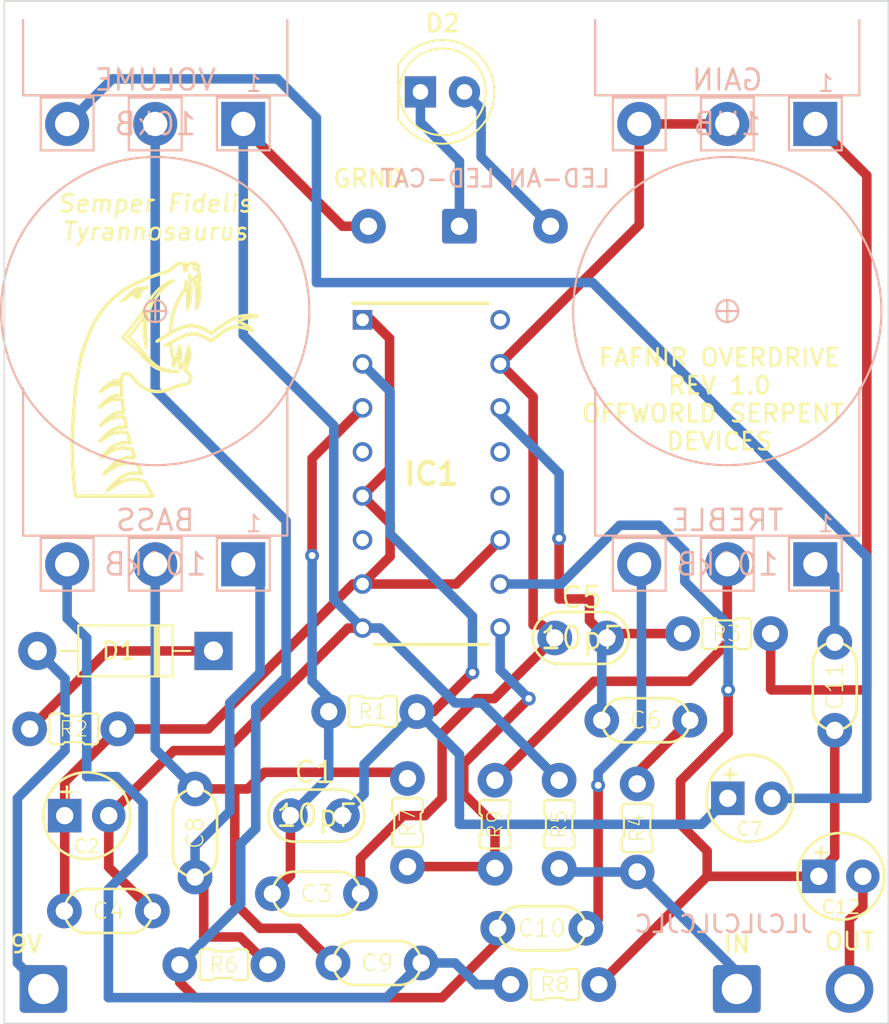
<source format=kicad_pcb>
(kicad_pcb (version 20171130) (host pcbnew "(5.1.6)-1")

  (general
    (thickness 1.6)
    (drawings 304)
    (tracks 212)
    (zones 0)
    (modules 34)
    (nets 30)
  )

  (page A4)
  (layers
    (0 F.Cu signal)
    (31 B.Cu signal)
    (32 B.Adhes user)
    (33 F.Adhes user)
    (34 B.Paste user)
    (35 F.Paste user)
    (36 B.SilkS user)
    (37 F.SilkS user)
    (38 B.Mask user)
    (39 F.Mask user)
    (40 Dwgs.User user)
    (41 Cmts.User user)
    (42 Eco1.User user)
    (43 Eco2.User user)
    (44 Edge.Cuts user)
    (45 Margin user)
    (46 B.CrtYd user)
    (47 F.CrtYd user)
    (48 B.Fab user hide)
    (49 F.Fab user hide)
  )

  (setup
    (last_trace_width 0.55)
    (user_trace_width 0.55)
    (trace_clearance 0.254)
    (zone_clearance 0.508)
    (zone_45_only no)
    (trace_min 0.55)
    (via_size 0.8)
    (via_drill 0.4)
    (via_min_size 0.4)
    (via_min_drill 0.3)
    (uvia_size 0.3)
    (uvia_drill 0.1)
    (uvias_allowed no)
    (uvia_min_size 0.2)
    (uvia_min_drill 0.1)
    (edge_width 0.1)
    (segment_width 0.2)
    (pcb_text_width 0.3)
    (pcb_text_size 1.5 1.5)
    (mod_edge_width 0.15)
    (mod_text_size 1 1)
    (mod_text_width 0.15)
    (pad_size 2 2)
    (pad_drill 1)
    (pad_to_mask_clearance 0)
    (aux_axis_origin 20 20)
    (grid_origin 20 20)
    (visible_elements 7FFFFFFF)
    (pcbplotparams
      (layerselection 0x010fc_ffffffff)
      (usegerberextensions true)
      (usegerberattributes true)
      (usegerberadvancedattributes false)
      (creategerberjobfile false)
      (excludeedgelayer true)
      (linewidth 0.100000)
      (plotframeref false)
      (viasonmask false)
      (mode 1)
      (useauxorigin false)
      (hpglpennumber 1)
      (hpglpenspeed 20)
      (hpglpendiameter 15.000000)
      (psnegative false)
      (psa4output false)
      (plotreference true)
      (plotvalue false)
      (plotinvisibletext false)
      (padsonsilk false)
      (subtractmaskfromsilk true)
      (outputformat 1)
      (mirror false)
      (drillshape 0)
      (scaleselection 1)
      (outputdirectory "../gerbers/"))
  )

  (net 0 "")
  (net 1 "Net-(BASS1-Pad3)")
  (net 2 "Net-(BASS1-Pad2)")
  (net 3 "Net-(BASS1-Pad1)")
  (net 4 "Net-(C1-Pad1)")
  (net 5 "Net-(C1-Pad2)")
  (net 6 VAA)
  (net 7 Earth)
  (net 8 "Net-(C3-Pad1)")
  (net 9 "Net-(C5-Pad2)")
  (net 10 "Net-(C6-Pad1)")
  (net 11 "Net-(C7-Pad2)")
  (net 12 "Net-(C10-Pad2)")
  (net 13 "Net-(C10-Pad1)")
  (net 14 "Net-(C11-Pad2)")
  (net 15 "Net-(C11-Pad1)")
  (net 16 +9V)
  (net 17 "Net-(D1-Pad1)")
  (net 18 "Net-(GAIN1-Pad1)")
  (net 19 "Net-(IC1-Pad16)")
  (net 20 "Net-(IC1-Pad13)")
  (net 21 "Net-(IC1-Pad12)")
  (net 22 "Net-(IC1-Pad9)")
  (net 23 "Net-(IC1-Pad6)")
  (net 24 "Net-(IC1-Pad4)")
  (net 25 "Net-(R9-Pad1)")
  (net 26 OUTPUT)
  (net 27 INPUT)
  (net 28 LED-AN)
  (net 29 LED-CAT)

  (net_class Default "This is the default net class."
    (clearance 0.254)
    (trace_width 0.55)
    (via_dia 0.8)
    (via_drill 0.4)
    (uvia_dia 0.3)
    (uvia_drill 0.1)
    (diff_pair_width 0.55)
    (diff_pair_gap 0.25)
    (add_net +9V)
    (add_net Earth)
    (add_net INPUT)
    (add_net LED-AN)
    (add_net LED-CAT)
    (add_net "Net-(BASS1-Pad1)")
    (add_net "Net-(BASS1-Pad2)")
    (add_net "Net-(BASS1-Pad3)")
    (add_net "Net-(C1-Pad1)")
    (add_net "Net-(C1-Pad2)")
    (add_net "Net-(C10-Pad1)")
    (add_net "Net-(C10-Pad2)")
    (add_net "Net-(C11-Pad1)")
    (add_net "Net-(C11-Pad2)")
    (add_net "Net-(C3-Pad1)")
    (add_net "Net-(C5-Pad2)")
    (add_net "Net-(C6-Pad1)")
    (add_net "Net-(C7-Pad2)")
    (add_net "Net-(D1-Pad1)")
    (add_net "Net-(GAIN1-Pad1)")
    (add_net "Net-(IC1-Pad12)")
    (add_net "Net-(IC1-Pad13)")
    (add_net "Net-(IC1-Pad16)")
    (add_net "Net-(IC1-Pad4)")
    (add_net "Net-(IC1-Pad6)")
    (add_net "Net-(IC1-Pad9)")
    (add_net "Net-(R9-Pad1)")
    (add_net OUTPUT)
    (add_net VAA)
  )

  (module cholm-footprints:half-pot (layer B.Cu) (tedit 607CFE0D) (tstamp 6077D4D6)
    (at 64.7 52.1 180)
    (descr "<b>16mm / Right-Angle / PC Mount / Long Pin</b>\n<p>\nFor top-mounted potentiometers\n<p>\n<a href=\"http://smallbear-electronics.mybigcommerce.com/alpha-single-gang-16mm-rt-angle-pc-mt-long-pin-linear-audio//\">http://smallbear-electronics.mybigcommerce.com/alpha-single-gang-16mm-rt-angle-pc-mt-long-pin-linear-audio/</a>")
    (path /5F9DDB43)
    (fp_text reference GAIN (at 0 2.54) (layer B.SilkS)
      (effects (font (size 1.2065 1.2065) (thickness 0.1524)) (justify mirror))
    )
    (fp_text value 1MB (at 0 0) (layer B.SilkS)
      (effects (font (size 1.27 1.27) (thickness 0.15)) (justify mirror))
    )
    (fp_text user 1 (at -6.223 1.778) (layer B.SilkS)
      (effects (font (size 0.9652 0.9652) (thickness 0.12192)) (justify left bottom mirror))
    )
    (fp_line (start -7.62 6) (end -7.62 1.651) (layer B.SilkS) (width 0.127))
    (fp_line (start -6.604 1.524) (end -3.556 1.524) (layer B.SilkS) (width 0.127))
    (fp_line (start -1.524 1.524) (end 1.524 1.524) (layer B.SilkS) (width 0.127))
    (fp_line (start 3.556 1.524) (end 6.604 1.524) (layer B.SilkS) (width 0.127))
    (fp_line (start 7.62 1.651) (end 7.62 6) (layer B.SilkS) (width 0.127))
    (fp_line (start -6.604 1.524) (end -6.604 -1.524) (layer B.SilkS) (width 0.127))
    (fp_line (start -6.604 -1.524) (end -3.556 -1.524) (layer B.SilkS) (width 0.127))
    (fp_line (start -3.556 -1.524) (end -3.556 1.524) (layer B.SilkS) (width 0.127))
    (fp_line (start -1.524 1.524) (end -1.524 -1.524) (layer B.SilkS) (width 0.127))
    (fp_line (start -1.524 -1.524) (end 1.524 -1.524) (layer B.SilkS) (width 0.127))
    (fp_line (start 1.524 -1.524) (end 1.524 1.524) (layer B.SilkS) (width 0.127))
    (fp_line (start 3.556 1.524) (end 3.556 -1.524) (layer B.SilkS) (width 0.127))
    (fp_line (start 3.556 -1.524) (end 6.604 -1.524) (layer B.SilkS) (width 0.127))
    (fp_line (start 6.604 -1.524) (end 6.604 1.524) (layer B.SilkS) (width 0.127))
    (fp_line (start -7.62 1.651) (end 7.62 1.651) (layer B.SilkS) (width 0.127))
    (pad 3 thru_hole circle (at 5.08 0) (size 2.54 2.54) (drill 1.4) (layers *.Cu *.Mask)
      (net 8 "Net-(C3-Pad1)") (solder_mask_margin 0.1016))
    (pad 2 thru_hole circle (at 0 0) (size 2.54 2.54) (drill 1.4) (layers *.Cu *.Mask)
      (net 8 "Net-(C3-Pad1)") (solder_mask_margin 0.1016))
    (pad 1 thru_hole rect (at -5.08 0) (size 2.54 2.54) (drill 1.4) (layers *.Cu *.Mask)
      (net 18 "Net-(GAIN1-Pad1)") (solder_mask_margin 0.1016))
  )

  (module cholm-footprints:half-pot (layer B.Cu) (tedit 607CFE0D) (tstamp 6077D5F8)
    (at 31.7 52.1 180)
    (descr "<b>16mm / Right-Angle / PC Mount / Long Pin</b>\n<p>\nFor top-mounted potentiometers\n<p>\n<a href=\"http://smallbear-electronics.mybigcommerce.com/alpha-single-gang-16mm-rt-angle-pc-mt-long-pin-linear-audio//\">http://smallbear-electronics.mybigcommerce.com/alpha-single-gang-16mm-rt-angle-pc-mt-long-pin-linear-audio/</a>")
    (path /5F9E6D42)
    (fp_text reference VOLUME (at 0 2.54) (layer B.SilkS)
      (effects (font (size 1.2065 1.2065) (thickness 0.1524)) (justify mirror))
    )
    (fp_text value 10kB (at 0 0) (layer B.SilkS)
      (effects (font (size 1.27 1.27) (thickness 0.15)) (justify mirror))
    )
    (fp_text user 1 (at -6.223 1.778) (layer B.SilkS)
      (effects (font (size 0.9652 0.9652) (thickness 0.12192)) (justify left bottom mirror))
    )
    (fp_line (start -7.62 6) (end -7.62 1.651) (layer B.SilkS) (width 0.127))
    (fp_line (start -6.604 1.524) (end -3.556 1.524) (layer B.SilkS) (width 0.127))
    (fp_line (start -1.524 1.524) (end 1.524 1.524) (layer B.SilkS) (width 0.127))
    (fp_line (start 3.556 1.524) (end 6.604 1.524) (layer B.SilkS) (width 0.127))
    (fp_line (start 7.62 1.651) (end 7.62 6) (layer B.SilkS) (width 0.127))
    (fp_line (start -6.604 1.524) (end -6.604 -1.524) (layer B.SilkS) (width 0.127))
    (fp_line (start -6.604 -1.524) (end -3.556 -1.524) (layer B.SilkS) (width 0.127))
    (fp_line (start -3.556 -1.524) (end -3.556 1.524) (layer B.SilkS) (width 0.127))
    (fp_line (start -1.524 1.524) (end -1.524 -1.524) (layer B.SilkS) (width 0.127))
    (fp_line (start -1.524 -1.524) (end 1.524 -1.524) (layer B.SilkS) (width 0.127))
    (fp_line (start 1.524 -1.524) (end 1.524 1.524) (layer B.SilkS) (width 0.127))
    (fp_line (start 3.556 1.524) (end 3.556 -1.524) (layer B.SilkS) (width 0.127))
    (fp_line (start 3.556 -1.524) (end 6.604 -1.524) (layer B.SilkS) (width 0.127))
    (fp_line (start 6.604 -1.524) (end 6.604 1.524) (layer B.SilkS) (width 0.127))
    (fp_line (start -7.62 1.651) (end 7.62 1.651) (layer B.SilkS) (width 0.127))
    (pad 3 thru_hole circle (at 5.08 0) (size 2.54 2.54) (drill 1.4) (layers *.Cu *.Mask)
      (net 11 "Net-(C7-Pad2)") (solder_mask_margin 0.1016))
    (pad 2 thru_hole circle (at 0 0) (size 2.54 2.54) (drill 1.4) (layers *.Cu *.Mask)
      (net 12 "Net-(C10-Pad2)") (solder_mask_margin 0.1016))
    (pad 1 thru_hole rect (at -5.08 0) (size 2.54 2.54) (drill 1.4) (layers *.Cu *.Mask)
      (net 7 Earth) (solder_mask_margin 0.1016))
  )

  (module potentiometers:16MM_T.MOUNT (layer B.Cu) (tedit 0) (tstamp 6077D5DA)
    (at 64.7 77.5 180)
    (descr "<b>16mm / Right-Angle / PC Mount / Long Pin</b>\n<p>\nFor top-mounted potentiometers\n<p>\n<a href=\"http://smallbear-electronics.mybigcommerce.com/alpha-single-gang-16mm-rt-angle-pc-mt-long-pin-linear-audio//\">http://smallbear-electronics.mybigcommerce.com/alpha-single-gang-16mm-rt-angle-pc-mt-long-pin-linear-audio/</a>")
    (path /5F2E5F1B)
    (fp_text reference TREBLE (at 0 2.54) (layer B.SilkS)
      (effects (font (size 1.2065 1.2065) (thickness 0.1524)) (justify mirror))
    )
    (fp_text value 100kB (at 0 0) (layer B.SilkS)
      (effects (font (size 1.27 1.27) (thickness 0.15)) (justify mirror))
    )
    (fp_line (start -7.62 10.16) (end -7.62 1.651) (layer B.SilkS) (width 0.127))
    (fp_line (start -6.604 1.524) (end -3.556 1.524) (layer B.SilkS) (width 0.127))
    (fp_line (start -1.524 1.524) (end 1.524 1.524) (layer B.SilkS) (width 0.127))
    (fp_line (start 3.556 1.524) (end 6.604 1.524) (layer B.SilkS) (width 0.127))
    (fp_line (start 7.62 1.651) (end 7.62 10.16) (layer B.SilkS) (width 0.127))
    (fp_line (start -6.604 1.524) (end -6.604 -1.524) (layer B.SilkS) (width 0.127))
    (fp_line (start -6.604 -1.524) (end -3.556 -1.524) (layer B.SilkS) (width 0.127))
    (fp_line (start -3.556 -1.524) (end -3.556 1.524) (layer B.SilkS) (width 0.127))
    (fp_line (start -1.524 1.524) (end -1.524 -1.524) (layer B.SilkS) (width 0.127))
    (fp_line (start -1.524 -1.524) (end 1.524 -1.524) (layer B.SilkS) (width 0.127))
    (fp_line (start 1.524 -1.524) (end 1.524 1.524) (layer B.SilkS) (width 0.127))
    (fp_line (start 3.556 1.524) (end 3.556 -1.524) (layer B.SilkS) (width 0.127))
    (fp_line (start 3.556 -1.524) (end 6.604 -1.524) (layer B.SilkS) (width 0.127))
    (fp_line (start 6.604 -1.524) (end 6.604 1.524) (layer B.SilkS) (width 0.127))
    (fp_line (start -7.62 1.651) (end 7.62 1.651) (layer B.SilkS) (width 0.127))
    (fp_line (start 0 15.24) (end 0 13.97) (layer B.SilkS) (width 0.127))
    (fp_line (start -0.635 14.605) (end 0.635 14.605) (layer B.SilkS) (width 0.127))
    (fp_circle (center 0 14.605) (end 0.635 14.605) (layer B.SilkS) (width 0.127))
    (fp_arc (start -0.000099 14.605099) (end -8.89 14.605) (angle -90.001289) (layer B.SilkS) (width 0.127))
    (fp_arc (start 0.000099 14.605099) (end 0 23.495) (angle -90.001289) (layer B.SilkS) (width 0.127))
    (fp_arc (start 0 14.605) (end 8.89 14.605) (angle -90) (layer B.SilkS) (width 0.127))
    (fp_arc (start 0 14.605) (end 0 5.715) (angle -90) (layer B.SilkS) (width 0.127))
    (fp_text user 1 (at -6.223 1.778) (layer B.SilkS)
      (effects (font (size 0.9652 0.9652) (thickness 0.12192)) (justify left bottom mirror))
    )
    (pad 1 thru_hole rect (at -5.08 0) (size 2.54 2.54) (drill 1.4) (layers *.Cu *.Mask)
      (net 14 "Net-(C11-Pad2)") (solder_mask_margin 0.1016))
    (pad 2 thru_hole circle (at 0 0) (size 2.54 2.54) (drill 1.4) (layers *.Cu *.Mask)
      (net 25 "Net-(R9-Pad1)") (solder_mask_margin 0.1016))
    (pad 3 thru_hole circle (at 5.08 0) (size 2.54 2.54) (drill 1.4) (layers *.Cu *.Mask)
      (net 13 "Net-(C10-Pad1)") (solder_mask_margin 0.1016))
  )

  (module potentiometers:16MM_T.MOUNT (layer B.Cu) (tedit 0) (tstamp 63C07F57)
    (at 31.7 77.5 180)
    (descr "<b>16mm / Right-Angle / PC Mount / Long Pin</b>\n<p>\nFor top-mounted potentiometers\n<p>\n<a href=\"http://smallbear-electronics.mybigcommerce.com/alpha-single-gang-16mm-rt-angle-pc-mt-long-pin-linear-audio//\">http://smallbear-electronics.mybigcommerce.com/alpha-single-gang-16mm-rt-angle-pc-mt-long-pin-linear-audio/</a>")
    (path /5F283A61)
    (fp_text reference BASS (at 0 2.54) (layer B.SilkS)
      (effects (font (size 1.2065 1.2065) (thickness 0.1524)) (justify mirror))
    )
    (fp_text value 100kB (at 0 0) (layer B.SilkS)
      (effects (font (size 1.27 1.27) (thickness 0.15)) (justify mirror))
    )
    (fp_circle (center 0 14.605) (end 0.635 14.605) (layer B.SilkS) (width 0.127))
    (fp_text user 1 (at -6.223 1.778) (layer B.SilkS)
      (effects (font (size 0.9652 0.9652) (thickness 0.12192)) (justify left bottom mirror))
    )
    (fp_line (start -0.635 14.605) (end 0.635 14.605) (layer B.SilkS) (width 0.127))
    (fp_line (start 0 15.24) (end 0 13.97) (layer B.SilkS) (width 0.127))
    (fp_line (start -7.62 1.651) (end 7.62 1.651) (layer B.SilkS) (width 0.127))
    (fp_line (start 6.604 -1.524) (end 6.604 1.524) (layer B.SilkS) (width 0.127))
    (fp_line (start 3.556 -1.524) (end 6.604 -1.524) (layer B.SilkS) (width 0.127))
    (fp_line (start 3.556 1.524) (end 3.556 -1.524) (layer B.SilkS) (width 0.127))
    (fp_line (start 1.524 -1.524) (end 1.524 1.524) (layer B.SilkS) (width 0.127))
    (fp_line (start -1.524 -1.524) (end 1.524 -1.524) (layer B.SilkS) (width 0.127))
    (fp_line (start -1.524 1.524) (end -1.524 -1.524) (layer B.SilkS) (width 0.127))
    (fp_line (start -3.556 -1.524) (end -3.556 1.524) (layer B.SilkS) (width 0.127))
    (fp_line (start -6.604 -1.524) (end -3.556 -1.524) (layer B.SilkS) (width 0.127))
    (fp_line (start -6.604 1.524) (end -6.604 -1.524) (layer B.SilkS) (width 0.127))
    (fp_line (start 7.62 1.651) (end 7.62 10.16) (layer B.SilkS) (width 0.127))
    (fp_line (start 3.556 1.524) (end 6.604 1.524) (layer B.SilkS) (width 0.127))
    (fp_line (start -1.524 1.524) (end 1.524 1.524) (layer B.SilkS) (width 0.127))
    (fp_line (start -6.604 1.524) (end -3.556 1.524) (layer B.SilkS) (width 0.127))
    (fp_line (start -7.62 10.16) (end -7.62 1.651) (layer B.SilkS) (width 0.127))
    (fp_arc (start 0 14.605) (end 0 5.715) (angle -90) (layer B.SilkS) (width 0.127))
    (fp_arc (start 0 14.605) (end 8.89 14.605) (angle -90) (layer B.SilkS) (width 0.127))
    (fp_arc (start 0.000099 14.605099) (end 0 23.495) (angle -90.001289) (layer B.SilkS) (width 0.127))
    (fp_arc (start -0.000099 14.605099) (end -8.89 14.605) (angle -90.001289) (layer B.SilkS) (width 0.127))
    (pad 3 thru_hole circle (at 5.08 0) (size 2.54 2.54) (drill 1.4) (layers *.Cu *.Mask)
      (net 1 "Net-(BASS1-Pad3)") (solder_mask_margin 0.1016))
    (pad 2 thru_hole circle (at 0 0) (size 2.54 2.54) (drill 1.4) (layers *.Cu *.Mask)
      (net 2 "Net-(BASS1-Pad2)") (solder_mask_margin 0.1016))
    (pad 1 thru_hole rect (at -5.08 0) (size 2.54 2.54) (drill 1.4) (layers *.Cu *.Mask)
      (net 3 "Net-(BASS1-Pad1)") (solder_mask_margin 0.1016))
  )

  (module Connector_Wire:SolderWire-1sqmm_1x01_D1.4mm_OD2.7mm (layer F.Cu) (tedit 607CCC32) (tstamp 607CDF62)
    (at 44 58)
    (descr "Soldered wire connection, for a single 1 mm² wire, basic insulation, conductor diameter 1.4mm, outer diameter 2.7mm, size source Multi-Contact FLEXI-E 1.0 (https://ec.staubli.com/AcroFiles/Catalogues/TM_Cab-Main-11014119_(en)_hi.pdf), bend radius 3 times outer diameter, generated with kicad-footprint-generator")
    (tags "connector wire 1sqmm")
    (attr virtual)
    (fp_text reference GRND (at 0 -2.75) (layer F.SilkS)
      (effects (font (size 1 1) (thickness 0.15)))
    )
    (fp_text value SolderWire-1sqmm_1x01_D1.4mm_OD2.7mm (at 0 2.58) (layer F.Fab) hide
      (effects (font (size 1 1) (thickness 0.15)))
    )
    (fp_text user %R (at 0 0) (layer F.Fab)
      (effects (font (size 0.68 0.68) (thickness 0.1)))
    )
    (fp_circle (center 0 0) (end 1.35 0) (layer F.Fab) (width 0.1))
    (fp_line (start -2.1 -1.88) (end -2.1 1.88) (layer F.CrtYd) (width 0.05))
    (fp_line (start -2.1 1.88) (end 2.1 1.88) (layer F.CrtYd) (width 0.05))
    (fp_line (start 2.1 1.88) (end 2.1 -1.88) (layer F.CrtYd) (width 0.05))
    (fp_line (start 2.1 -1.88) (end -2.1 -1.88) (layer F.CrtYd) (width 0.05))
    (pad 1 thru_hole circle (at 0 0) (size 2 2) (drill 1) (layers *.Cu *.Mask)
      (net 7 Earth))
    (model ${KISYS3DMOD}/Connector_Wire.3dshapes/SolderWire-1sqmm_1x01_D1.4mm_OD2.7mm.wrl
      (at (xyz 0 0 0))
      (scale (xyz 1 1 1))
      (rotate (xyz 0 0 0))
    )
  )

  (module LED_THT:LED_D5.0mm (layer F.Cu) (tedit 5995936A) (tstamp 607CDBB4)
    (at 47 50.25)
    (descr "LED, diameter 5.0mm, 2 pins, http://cdn-reichelt.de/documents/datenblatt/A500/LL-504BC2E-009.pdf")
    (tags "LED diameter 5.0mm 2 pins")
    (path /6082901E)
    (fp_text reference D2 (at 1.27 -3.96) (layer F.SilkS)
      (effects (font (size 1 1) (thickness 0.15)))
    )
    (fp_text value LED (at 1.27 3.96) (layer F.Fab)
      (effects (font (size 1 1) (thickness 0.15)))
    )
    (fp_text user %R (at 1.25 0) (layer F.Fab)
      (effects (font (size 0.8 0.8) (thickness 0.2)))
    )
    (fp_arc (start 1.27 0) (end -1.29 1.54483) (angle -148.9) (layer F.SilkS) (width 0.12))
    (fp_arc (start 1.27 0) (end -1.29 -1.54483) (angle 148.9) (layer F.SilkS) (width 0.12))
    (fp_arc (start 1.27 0) (end -1.23 -1.469694) (angle 299.1) (layer F.Fab) (width 0.1))
    (fp_circle (center 1.27 0) (end 3.77 0) (layer F.Fab) (width 0.1))
    (fp_circle (center 1.27 0) (end 3.77 0) (layer F.SilkS) (width 0.12))
    (fp_line (start -1.23 -1.469694) (end -1.23 1.469694) (layer F.Fab) (width 0.1))
    (fp_line (start -1.29 -1.545) (end -1.29 1.545) (layer F.SilkS) (width 0.12))
    (fp_line (start -1.95 -3.25) (end -1.95 3.25) (layer F.CrtYd) (width 0.05))
    (fp_line (start -1.95 3.25) (end 4.5 3.25) (layer F.CrtYd) (width 0.05))
    (fp_line (start 4.5 3.25) (end 4.5 -3.25) (layer F.CrtYd) (width 0.05))
    (fp_line (start 4.5 -3.25) (end -1.95 -3.25) (layer F.CrtYd) (width 0.05))
    (pad 2 thru_hole circle (at 2.54 0) (size 1.8 1.8) (drill 0.9) (layers *.Cu *.Mask)
      (net 28 LED-AN))
    (pad 1 thru_hole rect (at 0 0) (size 1.8 1.8) (drill 0.9) (layers *.Cu *.Mask)
      (net 29 LED-CAT))
    (model ${KISYS3DMOD}/LED_THT.3dshapes/LED_D5.0mm.wrl
      (at (xyz 0 0 0))
      (scale (xyz 1 1 1))
      (rotate (xyz 0 0 0))
    )
  )

  (module Connector_Wire:SolderWire-1sqmm_1x01_D1.4mm_OD2.7mm (layer F.Cu) (tedit 607CB4A0) (tstamp 607CB99D)
    (at 65.25 102)
    (descr "Soldered wire connection, for a single 1 mm² wire, basic insulation, conductor diameter 1.4mm, outer diameter 2.7mm, size source Multi-Contact FLEXI-E 1.0 (https://ec.staubli.com/AcroFiles/Catalogues/TM_Cab-Main-11014119_(en)_hi.pdf), bend radius 3 times outer diameter, generated with kicad-footprint-generator")
    (tags "connector wire 1sqmm")
    (attr virtual)
    (fp_text reference IN (at 0 -2.58) (layer F.SilkS)
      (effects (font (size 1 1) (thickness 0.15)))
    )
    (fp_text value SolderWire-1sqmm_1x01_D1.4mm_OD2.7mm (at 0 2.58) (layer F.Fab) hide
      (effects (font (size 1 1) (thickness 0.15)))
    )
    (fp_text user %R (at 0 0) (layer F.Fab)
      (effects (font (size 0.68 0.68) (thickness 0.1)))
    )
    (fp_circle (center 0 0) (end 1.35 0) (layer F.Fab) (width 0.1))
    (fp_line (start -2.1 -1.88) (end -2.1 1.88) (layer F.CrtYd) (width 0.05))
    (fp_line (start -2.1 1.88) (end 2.1 1.88) (layer F.CrtYd) (width 0.05))
    (fp_line (start 2.1 1.88) (end 2.1 -1.88) (layer F.CrtYd) (width 0.05))
    (fp_line (start 2.1 -1.88) (end -2.1 -1.88) (layer F.CrtYd) (width 0.05))
    (pad 1 thru_hole roundrect (at 0 0) (size 2.75 2.75) (drill 1.75) (layers *.Cu *.Mask) (roundrect_rratio 0.091)
      (net 27 INPUT))
    (model ${KISYS3DMOD}/Connector_Wire.3dshapes/SolderWire-1sqmm_1x01_D1.4mm_OD2.7mm.wrl
      (at (xyz 0 0 0))
      (scale (xyz 1 1 1))
      (rotate (xyz 0 0 0))
    )
  )

  (module Connector_Wire:SolderWire-1sqmm_1x01_D1.4mm_OD2.7mm (layer F.Cu) (tedit 607CB4B3) (tstamp 607CB500)
    (at 25.25 102)
    (descr "Soldered wire connection, for a single 1 mm² wire, basic insulation, conductor diameter 1.4mm, outer diameter 2.7mm, size source Multi-Contact FLEXI-E 1.0 (https://ec.staubli.com/AcroFiles/Catalogues/TM_Cab-Main-11014119_(en)_hi.pdf), bend radius 3 times outer diameter, generated with kicad-footprint-generator")
    (tags "connector wire 1sqmm")
    (attr virtual)
    (fp_text reference 9V (at -1 -2.58) (layer F.SilkS)
      (effects (font (size 1 1) (thickness 0.15)))
    )
    (fp_text value SolderWire-1sqmm_1x01_D1.4mm_OD2.7mm (at 0 2.58) (layer F.Fab) hide
      (effects (font (size 1 1) (thickness 0.15)))
    )
    (fp_text user %R (at 0 0) (layer F.Fab)
      (effects (font (size 0.68 0.68) (thickness 0.1)))
    )
    (fp_circle (center 0 0) (end 1.35 0) (layer F.Fab) (width 0.1))
    (fp_line (start -2.1 -1.88) (end -2.1 1.88) (layer F.CrtYd) (width 0.05))
    (fp_line (start -2.1 1.88) (end 2.1 1.88) (layer F.CrtYd) (width 0.05))
    (fp_line (start 2.1 1.88) (end 2.1 -1.88) (layer F.CrtYd) (width 0.05))
    (fp_line (start 2.1 -1.88) (end -2.1 -1.88) (layer F.CrtYd) (width 0.05))
    (pad 1 thru_hole roundrect (at 0 0) (size 2.75 2.75) (drill 1.75) (layers *.Cu *.Mask) (roundrect_rratio 0.091)
      (net 16 +9V))
    (model ${KISYS3DMOD}/Connector_Wire.3dshapes/SolderWire-1sqmm_1x01_D1.4mm_OD2.7mm.wrl
      (at (xyz 0 0 0))
      (scale (xyz 1 1 1))
      (rotate (xyz 0 0 0))
    )
  )

  (module Connector_Wire:SolderWire-1sqmm_1x01_D1.4mm_OD2.7mm (layer F.Cu) (tedit 607CB4A9) (tstamp 607CB3A8)
    (at 71.75 102)
    (descr "Soldered wire connection, for a single 1 mm² wire, basic insulation, conductor diameter 1.4mm, outer diameter 2.7mm, size source Multi-Contact FLEXI-E 1.0 (https://ec.staubli.com/AcroFiles/Catalogues/TM_Cab-Main-11014119_(en)_hi.pdf), bend radius 3 times outer diameter, generated with kicad-footprint-generator")
    (tags "connector wire 1sqmm")
    (attr virtual)
    (fp_text reference OUT (at 0 -2.75) (layer F.SilkS)
      (effects (font (size 1 1) (thickness 0.15)))
    )
    (fp_text value SolderWire-1sqmm_1x01_D1.4mm_OD2.7mm (at 0 2.58) (layer F.Fab) hide
      (effects (font (size 1 1) (thickness 0.15)))
    )
    (fp_text user %R (at 0 0) (layer F.Fab)
      (effects (font (size 0.68 0.68) (thickness 0.1)))
    )
    (fp_circle (center 0 0) (end 1.35 0) (layer F.Fab) (width 0.1))
    (fp_line (start -2.1 -1.88) (end -2.1 1.88) (layer F.CrtYd) (width 0.05))
    (fp_line (start -2.1 1.88) (end 2.1 1.88) (layer F.CrtYd) (width 0.05))
    (fp_line (start 2.1 1.88) (end 2.1 -1.88) (layer F.CrtYd) (width 0.05))
    (fp_line (start 2.1 -1.88) (end -2.1 -1.88) (layer F.CrtYd) (width 0.05))
    (pad 1 thru_hole circle (at 0 0) (size 2.75 2.75) (drill 1.75) (layers *.Cu *.Mask)
      (net 26 OUTPUT))
    (model ${KISYS3DMOD}/Connector_Wire.3dshapes/SolderWire-1sqmm_1x01_D1.4mm_OD2.7mm.wrl
      (at (xyz 0 0 0))
      (scale (xyz 1 1 1))
      (rotate (xyz 0 0 0))
    )
  )

  (module Connector_Wire:SolderWire-1sqmm_1x01_D1.4mm_OD2.7mm (layer B.Cu) (tedit 607CCBCF) (tstamp 607B6354)
    (at 54.5 58 180)
    (descr "Soldered wire connection, for a single 1 mm² wire, basic insulation, conductor diameter 1.4mm, outer diameter 2.7mm, size source Multi-Contact FLEXI-E 1.0 (https://ec.staubli.com/AcroFiles/Catalogues/TM_Cab-Main-11014119_(en)_hi.pdf), bend radius 3 times outer diameter, generated with kicad-footprint-generator")
    (tags "connector wire 1sqmm")
    (attr virtual)
    (fp_text reference LED-AN (at -0.5 2.75) (layer B.SilkS)
      (effects (font (size 1 1) (thickness 0.15)) (justify mirror))
    )
    (fp_text value SolderWire-1sqmm_1x01_D1.4mm_OD2.7mm (at 0 -2.58) (layer B.Fab) hide
      (effects (font (size 1 1) (thickness 0.15)) (justify mirror))
    )
    (fp_text user %R (at 0 0) (layer B.Fab)
      (effects (font (size 0.68 0.68) (thickness 0.1)) (justify mirror))
    )
    (fp_circle (center 0 0) (end 1.35 0) (layer B.Fab) (width 0.1))
    (fp_line (start -2.1 1.88) (end -2.1 -1.88) (layer B.CrtYd) (width 0.05))
    (fp_line (start -2.1 -1.88) (end 2.1 -1.88) (layer B.CrtYd) (width 0.05))
    (fp_line (start 2.1 -1.88) (end 2.1 1.88) (layer B.CrtYd) (width 0.05))
    (fp_line (start 2.1 1.88) (end -2.1 1.88) (layer B.CrtYd) (width 0.05))
    (pad 1 thru_hole circle (at 0 0 180) (size 2 2) (drill 1) (layers *.Cu *.Mask)
      (net 28 LED-AN))
    (model ${KISYS3DMOD}/Connector_Wire.3dshapes/SolderWire-1sqmm_1x01_D1.4mm_OD2.7mm.wrl
      (at (xyz 0 0 0))
      (scale (xyz 1 1 1))
      (rotate (xyz 0 0 0))
    )
  )

  (module Connector_Wire:SolderWire-1sqmm_1x01_D1.4mm_OD2.7mm (layer B.Cu) (tedit 607CCBBC) (tstamp 607B62D4)
    (at 49.25 58 180)
    (descr "Soldered wire connection, for a single 1 mm² wire, basic insulation, conductor diameter 1.4mm, outer diameter 2.7mm, size source Multi-Contact FLEXI-E 1.0 (https://ec.staubli.com/AcroFiles/Catalogues/TM_Cab-Main-11014119_(en)_hi.pdf), bend radius 3 times outer diameter, generated with kicad-footprint-generator")
    (tags "connector wire 1sqmm")
    (attr virtual)
    (fp_text reference LED-CAT (at 1.25 2.75) (layer B.SilkS)
      (effects (font (size 1 1) (thickness 0.15)) (justify mirror))
    )
    (fp_text value SolderWire-1sqmm_1x01_D1.4mm_OD2.7mm (at 0 -2.58) (layer B.Fab) hide
      (effects (font (size 1 1) (thickness 0.15)) (justify mirror))
    )
    (fp_text user %R (at 0 0) (layer B.Fab)
      (effects (font (size 0.68 0.68) (thickness 0.1)) (justify mirror))
    )
    (fp_line (start 2.1 1.88) (end -2.1 1.88) (layer B.CrtYd) (width 0.05))
    (fp_line (start 2.1 -1.88) (end 2.1 1.88) (layer B.CrtYd) (width 0.05))
    (fp_line (start -2.1 -1.88) (end 2.1 -1.88) (layer B.CrtYd) (width 0.05))
    (fp_line (start -2.1 1.88) (end -2.1 -1.88) (layer B.CrtYd) (width 0.05))
    (fp_circle (center 0 0) (end 1.35 0) (layer B.Fab) (width 0.1))
    (pad 1 thru_hole roundrect (at 0 0 180) (size 2 2) (drill 1) (layers *.Cu *.Mask) (roundrect_rratio 0.091)
      (net 29 LED-CAT))
    (model ${KISYS3DMOD}/Connector_Wire.3dshapes/SolderWire-1sqmm_1x01_D1.4mm_OD2.7mm.wrl
      (at (xyz 0 0 0))
      (scale (xyz 1 1 1))
      (rotate (xyz 0 0 0))
    )
  )

  (module resistors:0.2_ (layer F.Cu) (tedit 0) (tstamp 6077D5BC)
    (at 51.3 92.5 270)
    (descr "0.2\"  (5mm) lead spacing, 1/8W (flat), 1/4W (standing)")
    (path /5F2E3431)
    (fp_text reference R9 (at 0 0 90) (layer F.SilkS)
      (effects (font (size 0.86868 0.86868) (thickness 0.073152)))
    )
    (fp_text value 4.7k (at 0 0 90) (layer F.SilkS) hide
      (effects (font (size 1.27 1.27) (thickness 0.15)))
    )
    (fp_line (start 1.397 -0.762) (end 1.397 0.762) (layer F.SilkS) (width 0.127))
    (fp_line (start -1.397 -0.762) (end -1.397 0.762) (layer F.SilkS) (width 0.127))
    (fp_line (start -1.27 0.889) (end -1.397 0.762) (layer F.SilkS) (width 0.127))
    (fp_line (start -0.635 0.889) (end -1.27 0.889) (layer F.SilkS) (width 0.127))
    (fp_line (start -0.508 0.762) (end -0.635 0.889) (layer F.SilkS) (width 0.127))
    (fp_line (start 0.508 0.762) (end -0.508 0.762) (layer F.SilkS) (width 0.127))
    (fp_line (start 0.635 0.889) (end 0.508 0.762) (layer F.SilkS) (width 0.127))
    (fp_line (start 1.27 0.889) (end 0.635 0.889) (layer F.SilkS) (width 0.127))
    (fp_line (start 1.397 0.762) (end 1.27 0.889) (layer F.SilkS) (width 0.127))
    (fp_line (start 1.27 -0.889) (end 1.397 -0.762) (layer F.SilkS) (width 0.127))
    (fp_line (start 0.635 -0.889) (end 1.27 -0.889) (layer F.SilkS) (width 0.127))
    (fp_line (start 0.508 -0.762) (end 0.635 -0.889) (layer F.SilkS) (width 0.127))
    (fp_line (start -0.508 -0.762) (end 0.508 -0.762) (layer F.SilkS) (width 0.127))
    (fp_line (start -0.635 -0.889) (end -0.508 -0.762) (layer F.SilkS) (width 0.127))
    (fp_line (start -1.27 -0.889) (end -0.635 -0.889) (layer F.SilkS) (width 0.127))
    (fp_line (start -1.397 -0.762) (end -1.27 -0.889) (layer F.SilkS) (width 0.127))
    (pad 2 thru_hole circle (at 2.54 0 270) (size 2 2) (drill 1) (layers *.Cu *.Mask)
      (net 22 "Net-(IC1-Pad9)") (solder_mask_margin 0.1016))
    (pad 1 thru_hole circle (at -2.54 0 270) (size 2 2) (drill 1) (layers *.Cu *.Mask)
      (net 25 "Net-(R9-Pad1)") (solder_mask_margin 0.1016))
  )

  (module resistors:0.2_ (layer F.Cu) (tedit 0) (tstamp 6077D5A6)
    (at 54.75 101.75 180)
    (descr "0.2\"  (5mm) lead spacing, 1/8W (flat), 1/4W (standing)")
    (path /5F2D72D9)
    (fp_text reference R8 (at 0 0) (layer F.SilkS)
      (effects (font (size 0.86868 0.86868) (thickness 0.073152)))
    )
    (fp_text value 12k (at 0 0) (layer F.SilkS) hide
      (effects (font (size 1.27 1.27) (thickness 0.15)))
    )
    (fp_line (start 1.397 -0.762) (end 1.397 0.762) (layer F.SilkS) (width 0.127))
    (fp_line (start -1.397 -0.762) (end -1.397 0.762) (layer F.SilkS) (width 0.127))
    (fp_line (start -1.27 0.889) (end -1.397 0.762) (layer F.SilkS) (width 0.127))
    (fp_line (start -0.635 0.889) (end -1.27 0.889) (layer F.SilkS) (width 0.127))
    (fp_line (start -0.508 0.762) (end -0.635 0.889) (layer F.SilkS) (width 0.127))
    (fp_line (start 0.508 0.762) (end -0.508 0.762) (layer F.SilkS) (width 0.127))
    (fp_line (start 0.635 0.889) (end 0.508 0.762) (layer F.SilkS) (width 0.127))
    (fp_line (start 1.27 0.889) (end 0.635 0.889) (layer F.SilkS) (width 0.127))
    (fp_line (start 1.397 0.762) (end 1.27 0.889) (layer F.SilkS) (width 0.127))
    (fp_line (start 1.27 -0.889) (end 1.397 -0.762) (layer F.SilkS) (width 0.127))
    (fp_line (start 0.635 -0.889) (end 1.27 -0.889) (layer F.SilkS) (width 0.127))
    (fp_line (start 0.508 -0.762) (end 0.635 -0.889) (layer F.SilkS) (width 0.127))
    (fp_line (start -0.508 -0.762) (end 0.508 -0.762) (layer F.SilkS) (width 0.127))
    (fp_line (start -0.635 -0.889) (end -0.508 -0.762) (layer F.SilkS) (width 0.127))
    (fp_line (start -1.27 -0.889) (end -0.635 -0.889) (layer F.SilkS) (width 0.127))
    (fp_line (start -1.397 -0.762) (end -1.27 -0.889) (layer F.SilkS) (width 0.127))
    (pad 2 thru_hole circle (at 2.54 0 180) (size 2 2) (drill 1) (layers *.Cu *.Mask)
      (net 1 "Net-(BASS1-Pad3)") (solder_mask_margin 0.1016))
    (pad 1 thru_hole circle (at -2.54 0 180) (size 2 2) (drill 1) (layers *.Cu *.Mask)
      (net 15 "Net-(C11-Pad1)") (solder_mask_margin 0.1016))
  )

  (module resistors:0.2_ (layer F.Cu) (tedit 0) (tstamp 6077D590)
    (at 46.25 92.4 90)
    (descr "0.2\"  (5mm) lead spacing, 1/8W (flat), 1/4W (standing)")
    (path /5F2DCE3D)
    (fp_text reference R7 (at 0 0 90) (layer F.SilkS)
      (effects (font (size 0.86868 0.86868) (thickness 0.073152)))
    )
    (fp_text value 10k (at 0 0 90) (layer F.SilkS) hide
      (effects (font (size 1.27 1.27) (thickness 0.15)))
    )
    (fp_line (start 1.397 -0.762) (end 1.397 0.762) (layer F.SilkS) (width 0.127))
    (fp_line (start -1.397 -0.762) (end -1.397 0.762) (layer F.SilkS) (width 0.127))
    (fp_line (start -1.27 0.889) (end -1.397 0.762) (layer F.SilkS) (width 0.127))
    (fp_line (start -0.635 0.889) (end -1.27 0.889) (layer F.SilkS) (width 0.127))
    (fp_line (start -0.508 0.762) (end -0.635 0.889) (layer F.SilkS) (width 0.127))
    (fp_line (start 0.508 0.762) (end -0.508 0.762) (layer F.SilkS) (width 0.127))
    (fp_line (start 0.635 0.889) (end 0.508 0.762) (layer F.SilkS) (width 0.127))
    (fp_line (start 1.27 0.889) (end 0.635 0.889) (layer F.SilkS) (width 0.127))
    (fp_line (start 1.397 0.762) (end 1.27 0.889) (layer F.SilkS) (width 0.127))
    (fp_line (start 1.27 -0.889) (end 1.397 -0.762) (layer F.SilkS) (width 0.127))
    (fp_line (start 0.635 -0.889) (end 1.27 -0.889) (layer F.SilkS) (width 0.127))
    (fp_line (start 0.508 -0.762) (end 0.635 -0.889) (layer F.SilkS) (width 0.127))
    (fp_line (start -0.508 -0.762) (end 0.508 -0.762) (layer F.SilkS) (width 0.127))
    (fp_line (start -0.635 -0.889) (end -0.508 -0.762) (layer F.SilkS) (width 0.127))
    (fp_line (start -1.27 -0.889) (end -0.635 -0.889) (layer F.SilkS) (width 0.127))
    (fp_line (start -1.397 -0.762) (end -1.27 -0.889) (layer F.SilkS) (width 0.127))
    (pad 2 thru_hole circle (at 2.54 0 90) (size 2 2) (drill 1) (layers *.Cu *.Mask)
      (net 2 "Net-(BASS1-Pad2)") (solder_mask_margin 0.1016))
    (pad 1 thru_hole circle (at -2.54 0 90) (size 2 2) (drill 1) (layers *.Cu *.Mask)
      (net 22 "Net-(IC1-Pad9)") (solder_mask_margin 0.1016))
  )

  (module resistors:0.2_ (layer F.Cu) (tedit 0) (tstamp 6077D57A)
    (at 35.66 100.6)
    (descr "0.2\"  (5mm) lead spacing, 1/8W (flat), 1/4W (standing)")
    (path /5F280F7B)
    (fp_text reference R6 (at 0 0) (layer F.SilkS)
      (effects (font (size 0.86868 0.86868) (thickness 0.073152)))
    )
    (fp_text value 15k (at 0 0) (layer F.SilkS) hide
      (effects (font (size 1.27 1.27) (thickness 0.15)))
    )
    (fp_line (start 1.397 -0.762) (end 1.397 0.762) (layer F.SilkS) (width 0.127))
    (fp_line (start -1.397 -0.762) (end -1.397 0.762) (layer F.SilkS) (width 0.127))
    (fp_line (start -1.27 0.889) (end -1.397 0.762) (layer F.SilkS) (width 0.127))
    (fp_line (start -0.635 0.889) (end -1.27 0.889) (layer F.SilkS) (width 0.127))
    (fp_line (start -0.508 0.762) (end -0.635 0.889) (layer F.SilkS) (width 0.127))
    (fp_line (start 0.508 0.762) (end -0.508 0.762) (layer F.SilkS) (width 0.127))
    (fp_line (start 0.635 0.889) (end 0.508 0.762) (layer F.SilkS) (width 0.127))
    (fp_line (start 1.27 0.889) (end 0.635 0.889) (layer F.SilkS) (width 0.127))
    (fp_line (start 1.397 0.762) (end 1.27 0.889) (layer F.SilkS) (width 0.127))
    (fp_line (start 1.27 -0.889) (end 1.397 -0.762) (layer F.SilkS) (width 0.127))
    (fp_line (start 0.635 -0.889) (end 1.27 -0.889) (layer F.SilkS) (width 0.127))
    (fp_line (start 0.508 -0.762) (end 0.635 -0.889) (layer F.SilkS) (width 0.127))
    (fp_line (start -0.508 -0.762) (end 0.508 -0.762) (layer F.SilkS) (width 0.127))
    (fp_line (start -0.635 -0.889) (end -0.508 -0.762) (layer F.SilkS) (width 0.127))
    (fp_line (start -1.27 -0.889) (end -0.635 -0.889) (layer F.SilkS) (width 0.127))
    (fp_line (start -1.397 -0.762) (end -1.27 -0.889) (layer F.SilkS) (width 0.127))
    (pad 2 thru_hole circle (at 2.54 0) (size 2 2) (drill 1) (layers *.Cu *.Mask)
      (net 3 "Net-(BASS1-Pad1)") (solder_mask_margin 0.1016))
    (pad 1 thru_hole circle (at -2.54 0) (size 2 2) (drill 1) (layers *.Cu *.Mask)
      (net 12 "Net-(C10-Pad2)") (solder_mask_margin 0.1016))
  )

  (module resistors:0.2_ (layer F.Cu) (tedit 0) (tstamp 6077D564)
    (at 55 92.5 90)
    (descr "0.2\"  (5mm) lead spacing, 1/8W (flat), 1/4W (standing)")
    (path /603C2E7B)
    (fp_text reference R5 (at 0 0 90) (layer F.SilkS)
      (effects (font (size 0.86868 0.86868) (thickness 0.073152)))
    )
    (fp_text value 1M (at 0 0 90) (layer F.SilkS) hide
      (effects (font (size 1.27 1.27) (thickness 0.15)))
    )
    (fp_line (start 1.397 -0.762) (end 1.397 0.762) (layer F.SilkS) (width 0.127))
    (fp_line (start -1.397 -0.762) (end -1.397 0.762) (layer F.SilkS) (width 0.127))
    (fp_line (start -1.27 0.889) (end -1.397 0.762) (layer F.SilkS) (width 0.127))
    (fp_line (start -0.635 0.889) (end -1.27 0.889) (layer F.SilkS) (width 0.127))
    (fp_line (start -0.508 0.762) (end -0.635 0.889) (layer F.SilkS) (width 0.127))
    (fp_line (start 0.508 0.762) (end -0.508 0.762) (layer F.SilkS) (width 0.127))
    (fp_line (start 0.635 0.889) (end 0.508 0.762) (layer F.SilkS) (width 0.127))
    (fp_line (start 1.27 0.889) (end 0.635 0.889) (layer F.SilkS) (width 0.127))
    (fp_line (start 1.397 0.762) (end 1.27 0.889) (layer F.SilkS) (width 0.127))
    (fp_line (start 1.27 -0.889) (end 1.397 -0.762) (layer F.SilkS) (width 0.127))
    (fp_line (start 0.635 -0.889) (end 1.27 -0.889) (layer F.SilkS) (width 0.127))
    (fp_line (start 0.508 -0.762) (end 0.635 -0.889) (layer F.SilkS) (width 0.127))
    (fp_line (start -0.508 -0.762) (end 0.508 -0.762) (layer F.SilkS) (width 0.127))
    (fp_line (start -0.635 -0.889) (end -0.508 -0.762) (layer F.SilkS) (width 0.127))
    (fp_line (start -1.27 -0.889) (end -0.635 -0.889) (layer F.SilkS) (width 0.127))
    (fp_line (start -1.397 -0.762) (end -1.27 -0.889) (layer F.SilkS) (width 0.127))
    (pad 2 thru_hole circle (at 2.54 0 90) (size 2 2) (drill 1) (layers *.Cu *.Mask)
      (net 7 Earth) (solder_mask_margin 0.1016))
    (pad 1 thru_hole circle (at -2.54 0 90) (size 2 2) (drill 1) (layers *.Cu *.Mask)
      (net 27 INPUT) (solder_mask_margin 0.1016))
  )

  (module resistors:0.2_ (layer F.Cu) (tedit 0) (tstamp 6077D54E)
    (at 59.5 92.71 270)
    (descr "0.2\"  (5mm) lead spacing, 1/8W (flat), 1/4W (standing)")
    (path /5FA05184)
    (fp_text reference R4 (at 0 0 90) (layer F.SilkS)
      (effects (font (size 0.86868 0.86868) (thickness 0.073152)))
    )
    (fp_text value 100k (at 0 0 90) (layer F.SilkS) hide
      (effects (font (size 1.27 1.27) (thickness 0.15)))
    )
    (fp_line (start 1.397 -0.762) (end 1.397 0.762) (layer F.SilkS) (width 0.127))
    (fp_line (start -1.397 -0.762) (end -1.397 0.762) (layer F.SilkS) (width 0.127))
    (fp_line (start -1.27 0.889) (end -1.397 0.762) (layer F.SilkS) (width 0.127))
    (fp_line (start -0.635 0.889) (end -1.27 0.889) (layer F.SilkS) (width 0.127))
    (fp_line (start -0.508 0.762) (end -0.635 0.889) (layer F.SilkS) (width 0.127))
    (fp_line (start 0.508 0.762) (end -0.508 0.762) (layer F.SilkS) (width 0.127))
    (fp_line (start 0.635 0.889) (end 0.508 0.762) (layer F.SilkS) (width 0.127))
    (fp_line (start 1.27 0.889) (end 0.635 0.889) (layer F.SilkS) (width 0.127))
    (fp_line (start 1.397 0.762) (end 1.27 0.889) (layer F.SilkS) (width 0.127))
    (fp_line (start 1.27 -0.889) (end 1.397 -0.762) (layer F.SilkS) (width 0.127))
    (fp_line (start 0.635 -0.889) (end 1.27 -0.889) (layer F.SilkS) (width 0.127))
    (fp_line (start 0.508 -0.762) (end 0.635 -0.889) (layer F.SilkS) (width 0.127))
    (fp_line (start -0.508 -0.762) (end 0.508 -0.762) (layer F.SilkS) (width 0.127))
    (fp_line (start -0.635 -0.889) (end -0.508 -0.762) (layer F.SilkS) (width 0.127))
    (fp_line (start -1.27 -0.889) (end -0.635 -0.889) (layer F.SilkS) (width 0.127))
    (fp_line (start -1.397 -0.762) (end -1.27 -0.889) (layer F.SilkS) (width 0.127))
    (pad 2 thru_hole circle (at 2.54 0 270) (size 2 2) (drill 1) (layers *.Cu *.Mask)
      (net 27 INPUT) (solder_mask_margin 0.1016))
    (pad 1 thru_hole circle (at -2.54 0 270) (size 2 2) (drill 1) (layers *.Cu *.Mask)
      (net 10 "Net-(C6-Pad1)") (solder_mask_margin 0.1016))
  )

  (module resistors:0.2_ (layer F.Cu) (tedit 0) (tstamp 6077D538)
    (at 64.66 81.5 180)
    (descr "0.2\"  (5mm) lead spacing, 1/8W (flat), 1/4W (standing)")
    (path /5FA0235A)
    (fp_text reference R3 (at 0 0) (layer F.SilkS)
      (effects (font (size 0.86868 0.86868) (thickness 0.073152)))
    )
    (fp_text value 100k (at 0 0) (layer F.SilkS) hide
      (effects (font (size 1.27 1.27) (thickness 0.15)))
    )
    (fp_line (start 1.397 -0.762) (end 1.397 0.762) (layer F.SilkS) (width 0.127))
    (fp_line (start -1.397 -0.762) (end -1.397 0.762) (layer F.SilkS) (width 0.127))
    (fp_line (start -1.27 0.889) (end -1.397 0.762) (layer F.SilkS) (width 0.127))
    (fp_line (start -0.635 0.889) (end -1.27 0.889) (layer F.SilkS) (width 0.127))
    (fp_line (start -0.508 0.762) (end -0.635 0.889) (layer F.SilkS) (width 0.127))
    (fp_line (start 0.508 0.762) (end -0.508 0.762) (layer F.SilkS) (width 0.127))
    (fp_line (start 0.635 0.889) (end 0.508 0.762) (layer F.SilkS) (width 0.127))
    (fp_line (start 1.27 0.889) (end 0.635 0.889) (layer F.SilkS) (width 0.127))
    (fp_line (start 1.397 0.762) (end 1.27 0.889) (layer F.SilkS) (width 0.127))
    (fp_line (start 1.27 -0.889) (end 1.397 -0.762) (layer F.SilkS) (width 0.127))
    (fp_line (start 0.635 -0.889) (end 1.27 -0.889) (layer F.SilkS) (width 0.127))
    (fp_line (start 0.508 -0.762) (end 0.635 -0.889) (layer F.SilkS) (width 0.127))
    (fp_line (start -0.508 -0.762) (end 0.508 -0.762) (layer F.SilkS) (width 0.127))
    (fp_line (start -0.635 -0.889) (end -0.508 -0.762) (layer F.SilkS) (width 0.127))
    (fp_line (start -1.27 -0.889) (end -0.635 -0.889) (layer F.SilkS) (width 0.127))
    (fp_line (start -1.397 -0.762) (end -1.27 -0.889) (layer F.SilkS) (width 0.127))
    (pad 2 thru_hole circle (at 2.54 0 180) (size 2 2) (drill 1) (layers *.Cu *.Mask)
      (net 9 "Net-(C5-Pad2)") (solder_mask_margin 0.1016))
    (pad 1 thru_hole circle (at -2.54 0 180) (size 2 2) (drill 1) (layers *.Cu *.Mask)
      (net 18 "Net-(GAIN1-Pad1)") (solder_mask_margin 0.1016))
  )

  (module resistors:0.2_ (layer F.Cu) (tedit 0) (tstamp 6077D522)
    (at 27 87 180)
    (descr "0.2\"  (5mm) lead spacing, 1/8W (flat), 1/4W (standing)")
    (path /5F9BE66B)
    (fp_text reference R2 (at 0 0) (layer F.SilkS)
      (effects (font (size 0.86868 0.86868) (thickness 0.073152)))
    )
    (fp_text value 47R (at 0 0) (layer F.SilkS) hide
      (effects (font (size 1.27 1.27) (thickness 0.15)))
    )
    (fp_line (start 1.397 -0.762) (end 1.397 0.762) (layer F.SilkS) (width 0.127))
    (fp_line (start -1.397 -0.762) (end -1.397 0.762) (layer F.SilkS) (width 0.127))
    (fp_line (start -1.27 0.889) (end -1.397 0.762) (layer F.SilkS) (width 0.127))
    (fp_line (start -0.635 0.889) (end -1.27 0.889) (layer F.SilkS) (width 0.127))
    (fp_line (start -0.508 0.762) (end -0.635 0.889) (layer F.SilkS) (width 0.127))
    (fp_line (start 0.508 0.762) (end -0.508 0.762) (layer F.SilkS) (width 0.127))
    (fp_line (start 0.635 0.889) (end 0.508 0.762) (layer F.SilkS) (width 0.127))
    (fp_line (start 1.27 0.889) (end 0.635 0.889) (layer F.SilkS) (width 0.127))
    (fp_line (start 1.397 0.762) (end 1.27 0.889) (layer F.SilkS) (width 0.127))
    (fp_line (start 1.27 -0.889) (end 1.397 -0.762) (layer F.SilkS) (width 0.127))
    (fp_line (start 0.635 -0.889) (end 1.27 -0.889) (layer F.SilkS) (width 0.127))
    (fp_line (start 0.508 -0.762) (end 0.635 -0.889) (layer F.SilkS) (width 0.127))
    (fp_line (start -0.508 -0.762) (end 0.508 -0.762) (layer F.SilkS) (width 0.127))
    (fp_line (start -0.635 -0.889) (end -0.508 -0.762) (layer F.SilkS) (width 0.127))
    (fp_line (start -1.27 -0.889) (end -0.635 -0.889) (layer F.SilkS) (width 0.127))
    (fp_line (start -1.397 -0.762) (end -1.27 -0.889) (layer F.SilkS) (width 0.127))
    (pad 2 thru_hole circle (at 2.54 0 180) (size 2 2) (drill 1) (layers *.Cu *.Mask)
      (net 17 "Net-(D1-Pad1)") (solder_mask_margin 0.1016))
    (pad 1 thru_hole circle (at -2.54 0 180) (size 2 2) (drill 1) (layers *.Cu *.Mask)
      (net 6 VAA) (solder_mask_margin 0.1016))
  )

  (module resistors:0.2_ (layer F.Cu) (tedit 0) (tstamp 6077D50C)
    (at 44.25 86 180)
    (descr "0.2\"  (5mm) lead spacing, 1/8W (flat), 1/4W (standing)")
    (path /5F9D54B6)
    (fp_text reference R1 (at 0 0) (layer F.SilkS)
      (effects (font (size 0.86868 0.86868) (thickness 0.073152)))
    )
    (fp_text value 10M (at 0 0) (layer F.SilkS) hide
      (effects (font (size 1.27 1.27) (thickness 0.15)))
    )
    (fp_line (start 1.397 -0.762) (end 1.397 0.762) (layer F.SilkS) (width 0.127))
    (fp_line (start -1.397 -0.762) (end -1.397 0.762) (layer F.SilkS) (width 0.127))
    (fp_line (start -1.27 0.889) (end -1.397 0.762) (layer F.SilkS) (width 0.127))
    (fp_line (start -0.635 0.889) (end -1.27 0.889) (layer F.SilkS) (width 0.127))
    (fp_line (start -0.508 0.762) (end -0.635 0.889) (layer F.SilkS) (width 0.127))
    (fp_line (start 0.508 0.762) (end -0.508 0.762) (layer F.SilkS) (width 0.127))
    (fp_line (start 0.635 0.889) (end 0.508 0.762) (layer F.SilkS) (width 0.127))
    (fp_line (start 1.27 0.889) (end 0.635 0.889) (layer F.SilkS) (width 0.127))
    (fp_line (start 1.397 0.762) (end 1.27 0.889) (layer F.SilkS) (width 0.127))
    (fp_line (start 1.27 -0.889) (end 1.397 -0.762) (layer F.SilkS) (width 0.127))
    (fp_line (start 0.635 -0.889) (end 1.27 -0.889) (layer F.SilkS) (width 0.127))
    (fp_line (start 0.508 -0.762) (end 0.635 -0.889) (layer F.SilkS) (width 0.127))
    (fp_line (start -0.508 -0.762) (end 0.508 -0.762) (layer F.SilkS) (width 0.127))
    (fp_line (start -0.635 -0.889) (end -0.508 -0.762) (layer F.SilkS) (width 0.127))
    (fp_line (start -1.27 -0.889) (end -0.635 -0.889) (layer F.SilkS) (width 0.127))
    (fp_line (start -1.397 -0.762) (end -1.27 -0.889) (layer F.SilkS) (width 0.127))
    (pad 2 thru_hole circle (at 2.54 0 180) (size 2 2) (drill 1) (layers *.Cu *.Mask)
      (net 5 "Net-(C1-Pad2)") (solder_mask_margin 0.1016))
    (pad 1 thru_hole circle (at -2.54 0 180) (size 2 2) (drill 1) (layers *.Cu *.Mask)
      (net 4 "Net-(C1-Pad1)") (solder_mask_margin 0.1016))
  )

  (module cholm-footprints:DIP794W53P254L1930H508Q16N (layer F.Cu) (tedit 0) (tstamp 6077D4F6)
    (at 47.63 72.29)
    (descr "N (R-PDIP-T)")
    (tags "Integrated Circuit")
    (path /5F9BA1C0)
    (fp_text reference IC1 (at 0 0) (layer F.SilkS)
      (effects (font (size 1.27 1.27) (thickness 0.254)))
    )
    (fp_text value CD4049UBE (at 6.87 -3.79 90) (layer F.SilkS) hide
      (effects (font (size 1.27 1.27) (thickness 0.254)))
    )
    (fp_text user %R (at 0 0) (layer F.Fab)
      (effects (font (size 1.27 1.27) (thickness 0.254)))
    )
    (fp_line (start -3.3 9.845) (end 3.3 9.845) (layer F.SilkS) (width 0.2))
    (fp_line (start -4.535 -9.845) (end 3.3 -9.845) (layer F.SilkS) (width 0.2))
    (fp_line (start -3.3 -8.575) (end -2.03 -9.845) (layer F.Fab) (width 0.1))
    (fp_line (start -3.3 9.845) (end -3.3 -9.845) (layer F.Fab) (width 0.1))
    (fp_line (start 3.3 9.845) (end -3.3 9.845) (layer F.Fab) (width 0.1))
    (fp_line (start 3.3 -9.845) (end 3.3 9.845) (layer F.Fab) (width 0.1))
    (fp_line (start -3.3 -9.845) (end 3.3 -9.845) (layer F.Fab) (width 0.1))
    (fp_line (start -4.945 10.095) (end -4.945 -10.095) (layer F.CrtYd) (width 0.05))
    (fp_line (start 4.945 10.095) (end -4.945 10.095) (layer F.CrtYd) (width 0.05))
    (fp_line (start 4.945 -10.095) (end 4.945 10.095) (layer F.CrtYd) (width 0.05))
    (fp_line (start -4.945 -10.095) (end 4.945 -10.095) (layer F.CrtYd) (width 0.05))
    (pad 1 thru_hole rect (at -3.97 -8.89) (size 1.13 1.13) (drill 0.73) (layers *.Cu *.Mask)
      (net 6 VAA))
    (pad 2 thru_hole circle (at -3.97 -6.35) (size 1.13 1.13) (drill 0.73) (layers *.Cu *.Mask)
      (net 4 "Net-(C1-Pad1)"))
    (pad 3 thru_hole circle (at -3.97 -3.81) (size 1.13 1.13) (drill 0.73) (layers *.Cu *.Mask)
      (net 5 "Net-(C1-Pad2)"))
    (pad 4 thru_hole circle (at -3.97 -1.27) (size 1.13 1.13) (drill 0.73) (layers *.Cu *.Mask)
      (net 24 "Net-(IC1-Pad4)"))
    (pad 5 thru_hole circle (at -3.97 1.27) (size 1.13 1.13) (drill 0.73) (layers *.Cu *.Mask)
      (net 6 VAA))
    (pad 6 thru_hole circle (at -3.97 3.81) (size 1.13 1.13) (drill 0.73) (layers *.Cu *.Mask)
      (net 23 "Net-(IC1-Pad6)"))
    (pad 7 thru_hole circle (at -3.97 6.35) (size 1.13 1.13) (drill 0.73) (layers *.Cu *.Mask)
      (net 6 VAA))
    (pad 8 thru_hole circle (at -3.97 8.89) (size 1.13 1.13) (drill 0.73) (layers *.Cu *.Mask)
      (net 7 Earth))
    (pad 9 thru_hole circle (at 3.97 8.89) (size 1.13 1.13) (drill 0.73) (layers *.Cu *.Mask)
      (net 22 "Net-(IC1-Pad9)"))
    (pad 10 thru_hole circle (at 3.97 6.35) (size 1.13 1.13) (drill 0.73) (layers *.Cu *.Mask)
      (net 15 "Net-(C11-Pad1)"))
    (pad 11 thru_hole circle (at 3.97 3.81) (size 1.13 1.13) (drill 0.73) (layers *.Cu *.Mask)
      (net 6 VAA))
    (pad 12 thru_hole circle (at 3.97 1.27) (size 1.13 1.13) (drill 0.73) (layers *.Cu *.Mask)
      (net 21 "Net-(IC1-Pad12)"))
    (pad 13 thru_hole circle (at 3.97 -1.27) (size 1.13 1.13) (drill 0.73) (layers *.Cu *.Mask)
      (net 20 "Net-(IC1-Pad13)"))
    (pad 14 thru_hole circle (at 3.97 -3.81) (size 1.13 1.13) (drill 0.73) (layers *.Cu *.Mask)
      (net 9 "Net-(C5-Pad2)"))
    (pad 15 thru_hole circle (at 3.97 -6.35) (size 1.13 1.13) (drill 0.73) (layers *.Cu *.Mask)
      (net 8 "Net-(C3-Pad1)"))
    (pad 16 thru_hole circle (at 3.97 -8.89) (size 1.13 1.13) (drill 0.73) (layers *.Cu *.Mask)
      (net 19 "Net-(IC1-Pad16)"))
    (model C:\Users\Connor\Downloads\SamacSys_Parts.3dshapes\CD4049UBE.stp
      (at (xyz 0 0 0))
      (scale (xyz 1 1 1))
      (rotate (xyz 0 0 0))
    )
  )

  (module Diode_THT:D_DO-41_SOD81_P10.16mm_Horizontal (layer F.Cu) (tedit 5AE50CD5) (tstamp 6077D4B8)
    (at 35.06 82.5 180)
    (descr "Diode, DO-41_SOD81 series, Axial, Horizontal, pin pitch=10.16mm, , length*diameter=5.2*2.7mm^2, , http://www.diodes.com/_files/packages/DO-41%20(Plastic).pdf")
    (tags "Diode DO-41_SOD81 series Axial Horizontal pin pitch 10.16mm  length 5.2mm diameter 2.7mm")
    (path /5FA0CC69)
    (fp_text reference D1 (at 5.46 0) (layer F.SilkS)
      (effects (font (size 1 1) (thickness 0.15)))
    )
    (fp_text value 1N5817 (at 5.08 2.47) (layer F.Fab)
      (effects (font (size 1 1) (thickness 0.15)))
    )
    (fp_text user %R (at 5.47 0) (layer F.Fab)
      (effects (font (size 1 1) (thickness 0.15)))
    )
    (fp_text user K (at 0 -2.1) (layer F.Fab)
      (effects (font (size 1 1) (thickness 0.15)))
    )
    (fp_text user K (at 0.06 -2) (layer F.SilkS) hide
      (effects (font (size 1 1) (thickness 0.15)))
    )
    (fp_line (start 11.51 -1.6) (end -1.35 -1.6) (layer F.CrtYd) (width 0.05))
    (fp_line (start 11.51 1.6) (end 11.51 -1.6) (layer F.CrtYd) (width 0.05))
    (fp_line (start -1.35 1.6) (end 11.51 1.6) (layer F.CrtYd) (width 0.05))
    (fp_line (start -1.35 -1.6) (end -1.35 1.6) (layer F.CrtYd) (width 0.05))
    (fp_line (start 3.14 -1.47) (end 3.14 1.47) (layer F.SilkS) (width 0.12))
    (fp_line (start 3.38 -1.47) (end 3.38 1.47) (layer F.SilkS) (width 0.12))
    (fp_line (start 3.26 -1.47) (end 3.26 1.47) (layer F.SilkS) (width 0.12))
    (fp_line (start 8.82 0) (end 7.8 0) (layer F.SilkS) (width 0.12))
    (fp_line (start 1.34 0) (end 2.36 0) (layer F.SilkS) (width 0.12))
    (fp_line (start 7.8 -1.47) (end 2.36 -1.47) (layer F.SilkS) (width 0.12))
    (fp_line (start 7.8 1.47) (end 7.8 -1.47) (layer F.SilkS) (width 0.12))
    (fp_line (start 2.36 1.47) (end 7.8 1.47) (layer F.SilkS) (width 0.12))
    (fp_line (start 2.36 -1.47) (end 2.36 1.47) (layer F.SilkS) (width 0.12))
    (fp_line (start 3.16 -1.35) (end 3.16 1.35) (layer F.Fab) (width 0.1))
    (fp_line (start 3.36 -1.35) (end 3.36 1.35) (layer F.Fab) (width 0.1))
    (fp_line (start 3.26 -1.35) (end 3.26 1.35) (layer F.Fab) (width 0.1))
    (fp_line (start 10.16 0) (end 7.68 0) (layer F.Fab) (width 0.1))
    (fp_line (start 0 0) (end 2.48 0) (layer F.Fab) (width 0.1))
    (fp_line (start 7.68 -1.35) (end 2.48 -1.35) (layer F.Fab) (width 0.1))
    (fp_line (start 7.68 1.35) (end 7.68 -1.35) (layer F.Fab) (width 0.1))
    (fp_line (start 2.48 1.35) (end 7.68 1.35) (layer F.Fab) (width 0.1))
    (fp_line (start 2.48 -1.35) (end 2.48 1.35) (layer F.Fab) (width 0.1))
    (pad 1 thru_hole rect (at 0 0 180) (size 2.2 2.2) (drill 1.1) (layers *.Cu *.Mask)
      (net 17 "Net-(D1-Pad1)"))
    (pad 2 thru_hole oval (at 10.16 0 180) (size 2.2 2.2) (drill 1.1) (layers *.Cu *.Mask)
      (net 16 +9V))
    (model ${KISYS3DMOD}/Diode_THT.3dshapes/D_DO-41_SOD81_P10.16mm_Horizontal.wrl
      (at (xyz 0 0 0))
      (scale (xyz 1 1 1))
      (rotate (xyz 0 0 0))
    )
  )

  (module cholm-footprints:0502 (layer F.Cu) (tedit 60753C89) (tstamp 6077D499)
    (at 71.25 95.5)
    (descr "0.1\" (2.54mm) spacing")
    (path /5FBE3354)
    (fp_text reference C12 (at 0 1.778) (layer F.SilkS)
      (effects (font (size 0.77216 0.77216) (thickness 0.097536)))
    )
    (fp_text value 4.7uF (at 0 0) (layer F.SilkS) hide
      (effects (font (size 1.27 1.27) (thickness 0.15)))
    )
    (fp_line (start -0.8128 -1.3716) (end -1.4732 -1.3716) (layer F.SilkS) (width 0.1524))
    (fp_line (start -1.143 -1.6764) (end -1.143 -1.0414) (layer F.SilkS) (width 0.1524))
    (fp_circle (center 0 0) (end 2.5 0) (layer F.SilkS) (width 0.1524))
    (pad 1 thru_hole rect (at -1.27 0) (size 1.9304 1.9304) (drill 1) (layers *.Cu *.Mask)
      (net 15 "Net-(C11-Pad1)") (solder_mask_margin 0.1016))
    (pad 2 thru_hole circle (at 1.27 0) (size 1.9304 1.9304) (drill 1) (layers *.Cu *.Mask)
      (net 26 OUTPUT) (solder_mask_margin 0.1016))
  )

  (module caps-film:0.2_.SML (layer F.Cu) (tedit 0) (tstamp 6077D490)
    (at 70.9 84.54 90)
    (descr "0.2\" (5.08mm) spacing\n<p>\n<b> \n10pf - 180n</b>")
    (path /5F2E5F15)
    (fp_text reference C11 (at 0 0 90) (layer F.SilkS)
      (effects (font (size 0.9652 0.9652) (thickness 0.08128)))
    )
    (fp_text value 22nF (at 0 0 90) (layer F.SilkS) hide
      (effects (font (size 1.27 1.27) (thickness 0.15)))
    )
    (fp_line (start 1.27 -1.27) (end -1.27 -1.27) (layer F.SilkS) (width 0.1524))
    (fp_line (start 0.635 1.27) (end 1.27 1.27) (layer F.SilkS) (width 0.1524))
    (fp_line (start -1.27 1.27) (end 0.635 1.27) (layer F.SilkS) (width 0.1524))
    (fp_arc (start 1.27 0) (end 2.54 0) (angle -90) (layer F.SilkS) (width 0.1524))
    (fp_arc (start 1.27 0) (end 1.27 1.27) (angle -90) (layer F.SilkS) (width 0.1524))
    (fp_arc (start -1.27 0) (end -2.54 0) (angle -90) (layer F.SilkS) (width 0.1524))
    (fp_arc (start -1.27 0) (end -1.27 -1.27) (angle -90) (layer F.SilkS) (width 0.1524))
    (pad 2 thru_hole circle (at 2.54 0 90) (size 2 2) (drill 1) (layers *.Cu *.Mask)
      (net 14 "Net-(C11-Pad2)") (solder_mask_margin 0.1016))
    (pad 1 thru_hole circle (at -2.54 0 90) (size 2 2) (drill 1) (layers *.Cu *.Mask)
      (net 15 "Net-(C11-Pad1)") (solder_mask_margin 0.1016))
  )

  (module caps-film:0.2_.SML (layer F.Cu) (tedit 0) (tstamp 6077D483)
    (at 54 98.5 180)
    (descr "0.2\" (5.08mm) spacing\n<p>\n<b> \n10pf - 180n</b>")
    (path /5F2E5F25)
    (fp_text reference C10 (at 0 0) (layer F.SilkS)
      (effects (font (size 0.9652 0.9652) (thickness 0.08128)))
    )
    (fp_text value 2.2nF (at 0 0) (layer F.SilkS) hide
      (effects (font (size 1.27 1.27) (thickness 0.15)))
    )
    (fp_line (start 1.27 -1.27) (end -1.27 -1.27) (layer F.SilkS) (width 0.1524))
    (fp_line (start 0.635 1.27) (end 1.27 1.27) (layer F.SilkS) (width 0.1524))
    (fp_line (start -1.27 1.27) (end 0.635 1.27) (layer F.SilkS) (width 0.1524))
    (fp_arc (start 1.27 0) (end 2.54 0) (angle -90) (layer F.SilkS) (width 0.1524))
    (fp_arc (start 1.27 0) (end 1.27 1.27) (angle -90) (layer F.SilkS) (width 0.1524))
    (fp_arc (start -1.27 0) (end -2.54 0) (angle -90) (layer F.SilkS) (width 0.1524))
    (fp_arc (start -1.27 0) (end -1.27 -1.27) (angle -90) (layer F.SilkS) (width 0.1524))
    (pad 2 thru_hole circle (at 2.54 0 180) (size 2 2) (drill 1) (layers *.Cu *.Mask)
      (net 12 "Net-(C10-Pad2)") (solder_mask_margin 0.1016))
    (pad 1 thru_hole circle (at -2.54 0 180) (size 2 2) (drill 1) (layers *.Cu *.Mask)
      (net 13 "Net-(C10-Pad1)") (solder_mask_margin 0.1016))
  )

  (module caps-film:0.2_.SML (layer F.Cu) (tedit 0) (tstamp 6077D476)
    (at 44.5 100.5)
    (descr "0.2\" (5.08mm) spacing\n<p>\n<b> \n10pf - 180n</b>")
    (path /5F286AF2)
    (fp_text reference C9 (at 0 0) (layer F.SilkS)
      (effects (font (size 0.9652 0.9652) (thickness 0.08128)))
    )
    (fp_text value 47nF (at 0 0) (layer F.SilkS) hide
      (effects (font (size 1.27 1.27) (thickness 0.15)))
    )
    (fp_line (start 1.27 -1.27) (end -1.27 -1.27) (layer F.SilkS) (width 0.1524))
    (fp_line (start 0.635 1.27) (end 1.27 1.27) (layer F.SilkS) (width 0.1524))
    (fp_line (start -1.27 1.27) (end 0.635 1.27) (layer F.SilkS) (width 0.1524))
    (fp_arc (start 1.27 0) (end 2.54 0) (angle -90) (layer F.SilkS) (width 0.1524))
    (fp_arc (start 1.27 0) (end 1.27 1.27) (angle -90) (layer F.SilkS) (width 0.1524))
    (fp_arc (start -1.27 0) (end -2.54 0) (angle -90) (layer F.SilkS) (width 0.1524))
    (fp_arc (start -1.27 0) (end -1.27 -1.27) (angle -90) (layer F.SilkS) (width 0.1524))
    (pad 2 thru_hole circle (at 2.54 0) (size 2 2) (drill 1) (layers *.Cu *.Mask)
      (net 1 "Net-(BASS1-Pad3)") (solder_mask_margin 0.1016))
    (pad 1 thru_hole circle (at -2.54 0) (size 2 2) (drill 1) (layers *.Cu *.Mask)
      (net 2 "Net-(BASS1-Pad2)") (solder_mask_margin 0.1016))
  )

  (module caps-film:0.2_.SML (layer F.Cu) (tedit 0) (tstamp 6077D469)
    (at 34 93 90)
    (descr "0.2\" (5.08mm) spacing\n<p>\n<b> \n10pf - 180n</b>")
    (path /5F2859AF)
    (fp_text reference C8 (at 0 0 90) (layer F.SilkS)
      (effects (font (size 0.9652 0.9652) (thickness 0.08128)))
    )
    (fp_text value 22nF (at 0 0 90) (layer F.SilkS) hide
      (effects (font (size 1.27 1.27) (thickness 0.15)))
    )
    (fp_line (start 1.27 -1.27) (end -1.27 -1.27) (layer F.SilkS) (width 0.1524))
    (fp_line (start 0.635 1.27) (end 1.27 1.27) (layer F.SilkS) (width 0.1524))
    (fp_line (start -1.27 1.27) (end 0.635 1.27) (layer F.SilkS) (width 0.1524))
    (fp_arc (start 1.27 0) (end 2.54 0) (angle -90) (layer F.SilkS) (width 0.1524))
    (fp_arc (start 1.27 0) (end 1.27 1.27) (angle -90) (layer F.SilkS) (width 0.1524))
    (fp_arc (start -1.27 0) (end -2.54 0) (angle -90) (layer F.SilkS) (width 0.1524))
    (fp_arc (start -1.27 0) (end -1.27 -1.27) (angle -90) (layer F.SilkS) (width 0.1524))
    (pad 2 thru_hole circle (at 2.54 0 90) (size 2 2) (drill 1) (layers *.Cu *.Mask)
      (net 2 "Net-(BASS1-Pad2)") (solder_mask_margin 0.1016))
    (pad 1 thru_hole circle (at -2.54 0 90) (size 2 2) (drill 1) (layers *.Cu *.Mask)
      (net 3 "Net-(BASS1-Pad1)") (solder_mask_margin 0.1016))
  )

  (module cholm-footprints:0502 (layer F.Cu) (tedit 60753C89) (tstamp 6077D45C)
    (at 66 91)
    (descr "0.1\" (2.54mm) spacing")
    (path /5F9D30EF)
    (fp_text reference C7 (at 0 1.778) (layer F.SilkS)
      (effects (font (size 0.77216 0.77216) (thickness 0.097536)))
    )
    (fp_text value 10uF (at 0 0) (layer F.SilkS) hide
      (effects (font (size 1.27 1.27) (thickness 0.15)))
    )
    (fp_line (start -0.8128 -1.3716) (end -1.4732 -1.3716) (layer F.SilkS) (width 0.1524))
    (fp_line (start -1.143 -1.6764) (end -1.143 -1.0414) (layer F.SilkS) (width 0.1524))
    (fp_circle (center 0 0) (end 2.5 0) (layer F.SilkS) (width 0.1524))
    (pad 1 thru_hole rect (at -1.27 0) (size 1.9304 1.9304) (drill 1) (layers *.Cu *.Mask)
      (net 4 "Net-(C1-Pad1)") (solder_mask_margin 0.1016))
    (pad 2 thru_hole circle (at 1.27 0) (size 1.9304 1.9304) (drill 1) (layers *.Cu *.Mask)
      (net 11 "Net-(C7-Pad2)") (solder_mask_margin 0.1016))
  )

  (module caps-film:0.2_.SML (layer F.Cu) (tedit 0) (tstamp 6077D453)
    (at 60 86.5 180)
    (descr "0.2\" (5.08mm) spacing\n<p>\n<b> \n10pf - 180n</b>")
    (path /5FA03BD0)
    (fp_text reference C6 (at 0 0) (layer F.SilkS)
      (effects (font (size 0.9652 0.9652) (thickness 0.08128)))
    )
    (fp_text value 22nF (at 0 0) (layer F.SilkS) hide
      (effects (font (size 1.27 1.27) (thickness 0.15)))
    )
    (fp_line (start 1.27 -1.27) (end -1.27 -1.27) (layer F.SilkS) (width 0.1524))
    (fp_line (start 0.635 1.27) (end 1.27 1.27) (layer F.SilkS) (width 0.1524))
    (fp_line (start -1.27 1.27) (end 0.635 1.27) (layer F.SilkS) (width 0.1524))
    (fp_arc (start 1.27 0) (end 2.54 0) (angle -90) (layer F.SilkS) (width 0.1524))
    (fp_arc (start 1.27 0) (end 1.27 1.27) (angle -90) (layer F.SilkS) (width 0.1524))
    (fp_arc (start -1.27 0) (end -2.54 0) (angle -90) (layer F.SilkS) (width 0.1524))
    (fp_arc (start -1.27 0) (end -1.27 -1.27) (angle -90) (layer F.SilkS) (width 0.1524))
    (pad 2 thru_hole circle (at 2.54 0 180) (size 2 2) (drill 1) (layers *.Cu *.Mask)
      (net 9 "Net-(C5-Pad2)") (solder_mask_margin 0.1016))
    (pad 1 thru_hole circle (at -2.54 0 180) (size 2 2) (drill 1) (layers *.Cu *.Mask)
      (net 10 "Net-(C6-Pad1)") (solder_mask_margin 0.1016))
  )

  (module cholm-footprints:3mm-diameter-cap (layer F.Cu) (tedit 607531F2) (tstamp 6077D446)
    (at 56.25 81.75)
    (descr "0.1\" (2.54mm) spacing")
    (path /5F9FD189)
    (fp_text reference C5 (at 0.0508 -2.3368) (layer F.SilkS)
      (effects (font (size 1.2065 1.2065) (thickness 0.1524)))
    )
    (fp_text value 10pF (at 0 0) (layer F.SilkS)
      (effects (font (size 1.27 1.27) (thickness 0.15)))
    )
    (fp_line (start -1.27 -1.500001) (end 1.27 -1.5) (layer F.SilkS) (width 0.1524))
    (fp_line (start 1.27 1.500001) (end -1.27 1.5) (layer F.SilkS) (width 0.1524))
    (fp_line (start -1.27 0) (end -1.2954 0) (layer F.Fab) (width 0.6096))
    (fp_line (start 1.27 0) (end 1.2954 0) (layer F.Fab) (width 0.6096))
    (fp_arc (start -1.27 0) (end -2.770001 0) (angle 90) (layer F.SilkS) (width 0.1524))
    (fp_arc (start 1.269999 0) (end 1.27 -1.5) (angle 90) (layer F.SilkS) (width 0.1524))
    (fp_arc (start 1.27 0) (end 2.770001 0) (angle 90) (layer F.SilkS) (width 0.1524))
    (fp_arc (start -1.269999 0) (end -1.27 1.5) (angle 90) (layer F.SilkS) (width 0.1524))
    (pad 1 thru_hole circle (at -1.5 0) (size 2 2) (drill 1) (layers *.Cu *.Mask)
      (net 8 "Net-(C3-Pad1)") (solder_mask_margin 0.1016))
    (pad 2 thru_hole circle (at 1.5 0) (size 2 2) (drill 1) (layers *.Cu *.Mask)
      (net 9 "Net-(C5-Pad2)") (solder_mask_margin 0.1016))
  )

  (module caps-film:0.2_.SML (layer F.Cu) (tedit 0) (tstamp 6077D438)
    (at 29 97.5)
    (descr "0.2\" (5.08mm) spacing\n<p>\n<b> \n10pf - 180n</b>")
    (path /5FA096F8)
    (fp_text reference C4 (at 0 0) (layer F.SilkS)
      (effects (font (size 0.9652 0.9652) (thickness 0.08128)))
    )
    (fp_text value .1uF (at 0 0) (layer F.SilkS) hide
      (effects (font (size 1.27 1.27) (thickness 0.15)))
    )
    (fp_line (start -1.27 1.27) (end 0.635 1.27) (layer F.SilkS) (width 0.1524))
    (fp_line (start 0.635 1.27) (end 1.27 1.27) (layer F.SilkS) (width 0.1524))
    (fp_line (start 1.27 -1.27) (end -1.27 -1.27) (layer F.SilkS) (width 0.1524))
    (fp_arc (start -1.27 0) (end -1.27 -1.27) (angle -90) (layer F.SilkS) (width 0.1524))
    (fp_arc (start -1.27 0) (end -2.54 0) (angle -90) (layer F.SilkS) (width 0.1524))
    (fp_arc (start 1.27 0) (end 1.27 1.27) (angle -90) (layer F.SilkS) (width 0.1524))
    (fp_arc (start 1.27 0) (end 2.54 0) (angle -90) (layer F.SilkS) (width 0.1524))
    (pad 1 thru_hole circle (at -2.54 0) (size 2 2) (drill 1) (layers *.Cu *.Mask)
      (net 6 VAA) (solder_mask_margin 0.1016))
    (pad 2 thru_hole circle (at 2.54 0) (size 2 2) (drill 1) (layers *.Cu *.Mask)
      (net 7 Earth) (solder_mask_margin 0.1016))
  )

  (module caps-film:0.2_.SML (layer F.Cu) (tedit 0) (tstamp 6077D42B)
    (at 41 96.5 180)
    (descr "0.2\" (5.08mm) spacing\n<p>\n<b> \n10pf - 180n</b>")
    (path /5F9D7290)
    (fp_text reference C3 (at 0 0) (layer F.SilkS)
      (effects (font (size 0.9652 0.9652) (thickness 0.08128)))
    )
    (fp_text value 47nF (at 0 0) (layer F.SilkS) hide
      (effects (font (size 1.27 1.27) (thickness 0.15)))
    )
    (fp_line (start 1.27 -1.27) (end -1.27 -1.27) (layer F.SilkS) (width 0.1524))
    (fp_line (start 0.635 1.27) (end 1.27 1.27) (layer F.SilkS) (width 0.1524))
    (fp_line (start -1.27 1.27) (end 0.635 1.27) (layer F.SilkS) (width 0.1524))
    (fp_arc (start 1.27 0) (end 2.54 0) (angle -90) (layer F.SilkS) (width 0.1524))
    (fp_arc (start 1.27 0) (end 1.27 1.27) (angle -90) (layer F.SilkS) (width 0.1524))
    (fp_arc (start -1.27 0) (end -2.54 0) (angle -90) (layer F.SilkS) (width 0.1524))
    (fp_arc (start -1.27 0) (end -1.27 -1.27) (angle -90) (layer F.SilkS) (width 0.1524))
    (pad 2 thru_hole circle (at 2.54 0 180) (size 2 2) (drill 1) (layers *.Cu *.Mask)
      (net 5 "Net-(C1-Pad2)") (solder_mask_margin 0.1016))
    (pad 1 thru_hole circle (at -2.54 0 180) (size 2 2) (drill 1) (layers *.Cu *.Mask)
      (net 8 "Net-(C3-Pad1)") (solder_mask_margin 0.1016))
  )

  (module cholm-footprints:0502 (layer F.Cu) (tedit 60753C89) (tstamp 6077D41E)
    (at 27.75 92)
    (descr "0.1\" (2.54mm) spacing")
    (path /5F9BEFF7)
    (fp_text reference C2 (at 0 1.778) (layer F.SilkS)
      (effects (font (size 0.77216 0.77216) (thickness 0.097536)))
    )
    (fp_text value 100uF (at 0.25 0) (layer F.SilkS) hide
      (effects (font (size 1.27 1.27) (thickness 0.15)))
    )
    (fp_line (start -0.8128 -1.3716) (end -1.4732 -1.3716) (layer F.SilkS) (width 0.1524))
    (fp_line (start -1.143 -1.6764) (end -1.143 -1.0414) (layer F.SilkS) (width 0.1524))
    (fp_circle (center 0 0) (end 2.5 0) (layer F.SilkS) (width 0.1524))
    (pad 1 thru_hole rect (at -1.27 0) (size 1.9304 1.9304) (drill 1) (layers *.Cu *.Mask)
      (net 6 VAA) (solder_mask_margin 0.1016))
    (pad 2 thru_hole circle (at 1.27 0) (size 1.9304 1.9304) (drill 1) (layers *.Cu *.Mask)
      (net 7 Earth) (solder_mask_margin 0.1016))
  )

  (module cholm-footprints:3mm-diameter-cap (layer F.Cu) (tedit 607531F2) (tstamp 6077D415)
    (at 41 92 180)
    (descr "0.1\" (2.54mm) spacing")
    (path /5F9D8AED)
    (fp_text reference C1 (at 0.1 2.5) (layer F.SilkS)
      (effects (font (size 1.2065 1.2065) (thickness 0.1524)))
    )
    (fp_text value 10pF (at 0 0) (layer F.SilkS)
      (effects (font (size 1.27 1.27) (thickness 0.15)))
    )
    (fp_line (start -1.27 -1.500001) (end 1.27 -1.5) (layer F.SilkS) (width 0.1524))
    (fp_line (start 1.27 1.500001) (end -1.27 1.5) (layer F.SilkS) (width 0.1524))
    (fp_line (start -1.27 0) (end -1.2954 0) (layer F.Fab) (width 0.6096))
    (fp_line (start 1.27 0) (end 1.2954 0) (layer F.Fab) (width 0.6096))
    (fp_arc (start -1.27 0) (end -2.770001 0) (angle 90) (layer F.SilkS) (width 0.1524))
    (fp_arc (start 1.269999 0) (end 1.27 -1.5) (angle 90) (layer F.SilkS) (width 0.1524))
    (fp_arc (start 1.27 0) (end 2.770001 0) (angle 90) (layer F.SilkS) (width 0.1524))
    (fp_arc (start -1.269999 0) (end -1.27 1.5) (angle 90) (layer F.SilkS) (width 0.1524))
    (pad 1 thru_hole circle (at -1.5 0 180) (size 2 2) (drill 1) (layers *.Cu *.Mask)
      (net 4 "Net-(C1-Pad1)") (solder_mask_margin 0.1016))
    (pad 2 thru_hole circle (at 1.5 0 180) (size 2 2) (drill 1) (layers *.Cu *.Mask)
      (net 5 "Net-(C1-Pad2)") (solder_mask_margin 0.1016))
  )

  (gr_text JLCJLCJLCJLC (at 64.5 98.25) (layer B.SilkS)
    (effects (font (size 1 1) (thickness 0.15)) (justify mirror))
  )
  (gr_line (start 33.980823 60.507396) (end 34.024109 60.526146) (layer F.SilkS) (width 0.15) (tstamp 63BF9092))
  (gr_line (start 30.933453 61.663942) (end 30.811097 62.005359) (layer F.SilkS) (width 0.15) (tstamp 63BF8C29))
  (gr_line (start 30.933453 61.663942) (end 30.644415 61.782702) (layer F.SilkS) (width 0.15) (tstamp 63BF8C28))
  (gr_line (start 31.001826 61.580114) (end 31.239684 61.520024) (layer F.SilkS) (width 0.15) (tstamp 63BF8C27))
  (gr_curve (pts (xy 30.768341 61.844935) (xy 30.762494 61.854483) (xy 30.754493 61.862939) (xy 30.744806 61.868904)) (layer F.SilkS) (width 0.0036))
  (gr_curve (pts (xy 30.782633 61.80988) (xy 30.778781 61.822027) (xy 30.77493 61.834175) (xy 30.768341 61.844935)) (layer F.SilkS) (width 0.0036))
  (gr_curve (pts (xy 30.784242 61.821333) (xy 30.783794 61.817504) (xy 30.783213 61.813692) (xy 30.782633 61.80988)) (layer F.SilkS) (width 0.0036))
  (gr_curve (pts (xy 30.609719 61.980981) (xy 30.626592 61.993961) (xy 30.647653 62.002478) (xy 30.668714 62.002475)) (layer F.SilkS) (width 0.0036))
  (gr_curve (pts (xy 30.727685 61.980981) (xy 30.746586 61.966439) (xy 30.760229 61.946296) (xy 30.769615 61.9245)) (layer F.SilkS) (width 0.0036))
  (gr_curve (pts (xy 30.785575 61.845038) (xy 30.785572 61.841041) (xy 30.785457 61.83705) (xy 30.785236 61.833063)) (layer F.SilkS) (width 0.0036))
  (gr_curve (pts (xy 30.668714 62.002475) (xy 30.689767 62.002472) (xy 30.71082 61.993956) (xy 30.727685 61.980981)) (layer F.SilkS) (width 0.17))
  (gr_curve (pts (xy 30.567789 61.9245) (xy 30.57717 61.946293) (xy 30.590816 61.966438) (xy 30.609719 61.980981)) (layer F.SilkS) (width 0.17))
  (gr_curve (pts (xy 30.551832 61.845038) (xy 30.551832 61.872093) (xy 30.55698 61.899391) (xy 30.567789 61.9245)) (layer F.SilkS) (width 0.0036))
  (gr_curve (pts (xy 30.567789 61.765575) (xy 30.556979 61.791168) (xy 30.551832 61.817982) (xy 30.551832 61.845038)) (layer F.SilkS) (width 0.17))
  (gr_curve (pts (xy 30.609719 61.709095) (xy 30.590816 61.722071) (xy 30.57717 61.743363) (xy 30.567789 61.765575)) (layer F.SilkS) (width 0.0036))
  (gr_curve (pts (xy 30.668714 61.687601) (xy 30.647653 61.692557) (xy 30.626592 61.697513) (xy 30.609719 61.709095)) (layer F.SilkS) (width 0.0036))
  (gr_curve (pts (xy 30.654052 61.830692) (xy 30.64752 61.815527) (xy 30.644395 61.799052) (xy 30.644415 61.782702)) (layer F.SilkS) (width 0.17))
  (gr_curve (pts (xy 30.769615 61.9245) (xy 30.780429 61.899387) (xy 30.785592 61.872078) (xy 30.785575 61.845038)) (layer F.SilkS) (width 0.0036))
  (gr_curve (pts (xy 30.679376 61.864802) (xy 30.667958 61.856031) (xy 30.659721 61.843855) (xy 30.654052 61.830692)) (layer F.SilkS) (width 0.0036))
  (gr_curve (pts (xy 30.744806 61.868904) (xy 30.735839 61.874425) (xy 30.725428 61.877812) (xy 30.715006 61.877783)) (layer F.SilkS) (width 0.17))
  (gr_curve (pts (xy 30.785236 61.833063) (xy 30.785018 61.829145) (xy 30.784699 61.82523) (xy 30.784242 61.821333)) (layer F.SilkS) (width 0.0036))
  (gr_curve (pts (xy 30.715006 61.877783) (xy 30.702295 61.877747) (xy 30.689568 61.872631) (xy 30.679376 61.864802)) (layer F.SilkS) (width 0.0036))
  (gr_curve (pts (xy 30.90396 72.280157) (xy 30.692472 72.252795) (xy 30.480985 72.225432) (xy 30.279617 72.260797)) (layer F.SilkS) (width 0.2))
  (gr_curve (pts (xy 26.959353 72.0579) (xy 26.925156 71.548688) (xy 26.907798 71.038083) (xy 26.909577 70.527781)) (layer F.SilkS) (width 0.2))
  (gr_curve (pts (xy 31.410914 73.296658) (xy 31.46234 73.389107) (xy 31.515095 73.480806) (xy 31.567851 73.572506)) (layer F.SilkS) (width 0.2))
  (gr_line (start 31.567851 73.572506) (end 27.094477 73.572506) (layer F.SilkS) (width 0.2))
  (gr_curve (pts (xy 26.909577 70.527781) (xy 26.911375 70.011813) (xy 26.932738 69.496153) (xy 27.084254 67.555494)) (layer F.SilkS) (width 0.2))
  (gr_curve (pts (xy 31.117679 72.735324) (xy 31.164959 72.829628) (xy 31.21224 72.923932) (xy 31.260858 73.01755)) (layer F.SilkS) (width 0.2))
  (gr_curve (pts (xy 27.266408 66.335193) (xy 27.303254 66.129816) (xy 27.343444 65.925061) (xy 27.383635 65.720306)) (layer F.SilkS) (width 0.2))
  (gr_curve (pts (xy 27.094477 73.572506) (xy 27.043898 73.068095) (xy 26.993319 72.563684) (xy 26.959353 72.0579)) (layer F.SilkS) (width 0.2))
  (gr_curve (pts (xy 29.540786 72.648372) (xy 29.312913 72.836943) (xy 29.119638 73.049404) (xy 28.926363 73.261865)) (layer F.SilkS) (width 0.2))
  (gr_curve (pts (xy 27.084254 67.555494) (xy 27.110696 67.352475) (xy 27.137137 67.149455) (xy 27.166796 66.946886)) (layer F.SilkS) (width 0.2))
  (gr_curve (pts (xy 31.260858 73.01755) (xy 31.309541 73.111293) (xy 31.359565 73.204349) (xy 31.410914 73.296658)) (layer F.SilkS) (width 0.2))
  (gr_curve (pts (xy 30.279617 72.260797) (xy 30.010656 72.308032) (xy 29.759749 72.467173) (xy 29.540786 72.648372)) (layer F.SilkS) (width 0.2))
  (gr_curve (pts (xy 27.166796 66.946886) (xy 27.196724 66.74248) (xy 27.229927 66.538532) (xy 27.266408 66.335193)) (layer F.SilkS) (width 0.2))
  (gr_curve (pts (xy 30.443374 72.585874) (xy 30.670204 72.588574) (xy 30.893942 72.661949) (xy 31.117679 72.735324)) (layer F.SilkS) (width 0.2))
  (gr_curve (pts (xy 28.926363 73.261865) (xy 29.171125 73.090186) (xy 29.415888 72.918507) (xy 29.690457 72.785052)) (layer F.SilkS) (width 0.2))
  (gr_curve (pts (xy 30.825605 72.101101) (xy 30.851367 72.160941) (xy 30.877664 72.220549) (xy 30.90396 72.280157)) (layer F.SilkS) (width 0.2))
  (gr_curve (pts (xy 29.690457 72.785052) (xy 29.927882 72.66965) (xy 30.187594 72.582829) (xy 30.443374 72.585874)) (layer F.SilkS) (width 0.2))
  (gr_curve (pts (xy 30.774526 61.689357) (xy 30.827409 61.681518) (xy 30.880292 61.673678) (xy 30.933453 61.663942)) (layer F.SilkS) (width 0.17))
  (gr_curve (pts (xy 30.465028 61.824718) (xy 30.464206 61.830462) (xy 30.463384 61.836205) (xy 30.462754 61.841972)) (layer F.SilkS) (width 0.0036))
  (gr_curve (pts (xy 29.998354 62.20686) (xy 30.082469 62.15193) (xy 30.156886 62.081995) (xy 30.233457 62.015485)) (layer F.SilkS) (width 0.17))
  (gr_curve (pts (xy 31.001826 61.580114) (xy 30.928959 61.584503) (xy 30.854544 61.57026) (xy 30.780037 61.571948)) (layer F.SilkS) (width 0.17))
  (gr_curve (pts (xy 30.80764 61.742128) (xy 30.798406 61.723583) (xy 30.786466 61.70647) (xy 30.774526 61.689357)) (layer F.SilkS) (width 0.17))
  (gr_curve (pts (xy 30.811097 62.005359) (xy 30.82849 61.964988) (xy 30.836803 61.921121) (xy 30.836756 61.877571)) (layer F.SilkS) (width 0.17))
  (gr_curve (pts (xy 30.001974 62.124615) (xy 29.918996 62.199751) (xy 29.739902 62.336781) (xy 29.739902 62.336781)) (layer F.SilkS) (width 0.17))
  (gr_curve (pts (xy 30.233457 62.015485) (xy 30.309241 61.94966) (xy 30.387134 61.887189) (xy 30.465028 61.824718)) (layer F.SilkS) (width 0.17))
  (gr_curve (pts (xy 30.829112 61.805849) (xy 30.824422 61.78383) (xy 30.817607 61.762145) (xy 30.80764 61.742128)) (layer F.SilkS) (width 0.17))
  (gr_curve (pts (xy 30.836756 61.877571) (xy 30.83673 61.853471) (xy 30.834144 61.829468) (xy 30.829112 61.805849)) (layer F.SilkS) (width 0.0036))
  (gr_curve (pts (xy 30.74367 62.096195) (xy 30.774066 62.072804) (xy 30.796001 62.040399) (xy 30.811097 62.005359)) (layer F.SilkS) (width 0.0036))
  (gr_curve (pts (xy 29.739902 62.336781) (xy 29.828996 62.298028) (xy 29.91809 62.259275) (xy 29.998354 62.20686)) (layer F.SilkS) (width 0.17))
  (gr_curve (pts (xy 30.553968 62.096195) (xy 30.581087 62.117064) (xy 30.61494 62.130761) (xy 30.648796 62.130766)) (layer F.SilkS) (width 0.17))
  (gr_curve (pts (xy 30.461368 61.859597) (xy 30.461062 61.865583) (xy 30.460902 61.871573) (xy 30.4609 61.877571)) (layer F.SilkS) (width 0.0036))
  (gr_curve (pts (xy 30.668783 61.710809) (xy 30.676103 61.703031) (xy 30.685458 61.697295) (xy 30.694813 61.691559)) (layer F.SilkS) (width 0.0036))
  (gr_curve (pts (xy 30.462754 61.841972) (xy 30.462113 61.84783) (xy 30.46167 61.853711) (xy 30.461368 61.859597)) (layer F.SilkS) (width 0.0036))
  (gr_curve (pts (xy 30.694813 61.691559) (xy 30.691993 61.690783) (xy 30.689174 61.690007) (xy 30.686315 61.689394)) (layer F.SilkS) (width 0.17))
  (gr_curve (pts (xy 30.650999 61.742525) (xy 30.654909 61.730856) (xy 30.660562 61.719545) (xy 30.668783 61.710809)) (layer F.SilkS) (width 0.0036))
  (gr_curve (pts (xy 30.648796 62.130766) (xy 30.682666 62.130771) (xy 30.716538 62.117074) (xy 30.811097 62.005359)) (layer F.SilkS) (width 0.17))
  (gr_curve (pts (xy 30.486557 62.005359) (xy 30.501641 62.040412) (xy 30.523575 62.072808) (xy 30.553968 62.096195)) (layer F.SilkS) (width 0.17))
  (gr_curve (pts (xy 30.780037 61.571948) (xy 30.697678 61.573815) (xy 30.615205 61.59515) (xy 30.54218 61.632038)) (layer F.SilkS) (width 0.17))
  (gr_curve (pts (xy 30.4609 61.877571) (xy 30.460887 61.921053) (xy 30.469175 61.96497) (xy 30.486557 62.005359)) (layer F.SilkS) (width 0.17))
  (gr_curve (pts (xy 30.280108 61.84419) (xy 30.187351 61.939509) (xy 30.099169 62.036604) (xy 30.001974 62.124615)) (layer F.SilkS) (width 0.17))
  (gr_curve (pts (xy 30.54218 61.632038) (xy 30.441815 61.682737) (xy 30.359294 61.762816) (xy 30.280108 61.84419)) (layer F.SilkS) (width 0.17))
  (gr_curve (pts (xy 31.239684 61.520024) (xy 31.161028 61.547643) (xy 31.082373 61.575262) (xy 31.001826 61.580114)) (layer F.SilkS) (width 0.0036))
  (gr_curve (pts (xy 30.677606 61.688058) (xy 30.674651 61.687783) (xy 30.671682 61.687692) (xy 30.668714 61.687601)) (layer F.SilkS) (width 0.0036))
  (gr_curve (pts (xy 30.686315 61.689394) (xy 30.683443 61.688779) (xy 30.680531 61.688329) (xy 30.677606 61.688058)) (layer F.SilkS) (width 0.0036))
  (gr_curve (pts (xy 30.644415 61.782702) (xy 30.644431 61.769103) (xy 30.646622 61.75559) (xy 30.650999 61.742525)) (layer F.SilkS) (width 0.0036))
  (gr_curve (pts (xy 28.381511 63.231917) (xy 28.792293 62.580858) (xy 29.36153 62.011615) (xy 30.012587 61.600831)) (layer F.SilkS) (width 0.2))
  (gr_curve (pts (xy 27.455919 65.387821) (xy 27.709806 64.640973) (xy 27.963694 63.894124) (xy 28.381511 63.231917)) (layer F.SilkS) (width 0.2))
  (gr_curve (pts (xy 31.050609 63.697232) (xy 31.035467 63.916805) (xy 31.047041 64.138888) (xy 31.073878 64.358098)) (layer F.SilkS) (width 0.17))
  (gr_curve (pts (xy 34.024109 60.526146) (xy 34.038882 60.525932) (xy 34.053745 60.51807) (xy 34.064727 60.507396)) (layer F.SilkS) (width 0.0036))
  (gr_curve (pts (xy 33.520975 60.515955) (xy 33.53014 60.493881) (xy 33.535575 60.47022) (xy 33.537277 60.446644)) (layer F.SilkS) (width 0.0036))
  (gr_curve (pts (xy 34.047784 60.270239) (xy 34.035534 60.261022) (xy 34.020011 60.256255) (xy 34.004488 60.251488)) (layer F.SilkS) (width 0.0036))
  (gr_curve (pts (xy 33.980823 60.507396) (xy 33.993054 60.518092) (xy 34.008532 60.526371) (xy 34.024109 60.526146)) (layer F.SilkS) (width 0.0036))
  (gr_curve (pts (xy 33.38732 60.377334) (xy 33.36935 60.469689) (xy 33.371263 60.49323) (xy 33.377412 60.515955)) (layer F.SilkS) (width 0.17))
  (gr_curve (pts (xy 32.048425 61.718733) (xy 32.22363 61.51117) (xy 32.420825 61.314478) (xy 32.75 61.15)) (layer F.SilkS) (width 0.17))
  (gr_curve (pts (xy 30.506273 63.989758) (xy 30.625523 63.841181) (xy 30.732282 63.682471) (xy 30.836073 63.522218)) (layer F.SilkS) (width 0.17))
  (gr_curve (pts (xy 33.963866 60.270239) (xy 33.950179 60.281907) (xy 33.94251 60.300814) (xy 33.937576 60.319507)) (layer F.SilkS) (width 0.0036))
  (gr_curve (pts (xy 31.51976 62.435798) (xy 31.686973 62.192323) (xy 31.854185 61.948847) (xy 32.048425 61.718733)) (layer F.SilkS) (width 0.17))
  (gr_curve (pts (xy 30.155508 64.383169) (xy 30.275963 64.254899) (xy 30.396418 64.126628) (xy 30.506273 63.989758)) (layer F.SilkS) (width 0.17))
  (gr_curve (pts (xy 31.156541 63.013901) (xy 31.111492 63.240763) (xy 31.066444 63.467625) (xy 31.050609 63.697232)) (layer F.SilkS) (width 0.17))
  (gr_curve (pts (xy 31.81631 66.079306) (xy 31.478862 65.874067) (xy 31.227058 65.521009) (xy 30.954578 65.204737)) (layer F.SilkS) (width 0.17))
  (gr_curve (pts (xy 34.004488 60.251488) (xy 33.98966 60.256189) (xy 33.974831 60.26089) (xy 33.963866 60.270239)) (layer F.SilkS) (width 0.17))
  (gr_curve (pts (xy 32.018706 61.539119) (xy 31.546002 61.900167) (xy 31.255565 62.493821) (xy 30.908829 63.020573)) (layer F.SilkS) (width 0.17))
  (gr_curve (pts (xy 30.908829 63.020573) (xy 30.576544 63.525371) (xy 30.192555 63.968727) (xy 29.808566 64.412082)) (layer F.SilkS) (width 0.17))
  (gr_curve (pts (xy 33.444334 60.583973) (xy 33.459916 60.5842) (xy 33.475397 60.575921) (xy 33.487631 60.565223)) (layer F.SilkS) (width 0.0036))
  (gr_curve (pts (xy 30.933453 61.663942) (xy 30.987192 61.654099) (xy 31.041216 61.642318) (xy 31.090098 61.619975)) (layer F.SilkS) (width 0.17))
  (gr_curve (pts (xy 30.954578 65.204737) (xy 30.700232 64.909513) (xy 30.42787 64.646341) (xy 30.155508 64.383169)) (layer F.SilkS) (width 0.17))
  (gr_curve (pts (xy 33.530883 60.377334) (xy 33.525946 60.358641) (xy 33.518273 60.339734) (xy 33.504583 60.328066)) (layer F.SilkS) (width 0.0036))
  (gr_curve (pts (xy 31.090098 61.619975) (xy 31.14415 61.595268) (xy 31.191917 61.557646) (xy 31.239684 61.520024)) (layer F.SilkS) (width 0.17))
  (gr_curve (pts (xy 33.931188 60.388817) (xy 33.955136 60.476571) (xy 33.965398 60.493906) (xy 34.024109 60.526146)) (layer F.SilkS) (width 0.17))
  (gr_curve (pts (xy 33.463956 60.309315) (xy 33.448437 60.314083) (xy 33.432918 60.318851) (xy 33.420669 60.328066)) (layer F.SilkS) (width 0.0036))
  (gr_curve (pts (xy 30.768276 65.278619) (xy 31.093591 65.617105) (xy 31.395173 66.00555) (xy 31.790614 66.198167)) (layer F.SilkS) (width 0.17))
  (gr_curve (pts (xy 29.808566 64.412082) (xy 30.135465 64.686202) (xy 30.462363 64.960322) (xy 30.768276 65.278619)) (layer F.SilkS) (width 0.17))
  (gr_curve (pts (xy 31.247054 63.259704) (xy 31.316431 62.97881) (xy 31.418095 62.707304) (xy 31.51976 62.435798)) (layer F.SilkS) (width 0.17))
  (gr_curve (pts (xy 31.135172 64.115783) (xy 31.140975 63.827866) (xy 31.178038 63.53914) (xy 31.247054 63.259704)) (layer F.SilkS) (width 0.17))
  (gr_curve (pts (xy 31.073878 64.358098) (xy 31.100464 64.575253) (xy 31.142028 64.789587) (xy 31.183592 65.003922)) (layer F.SilkS) (width 0.17))
  (gr_curve (pts (xy 31.790614 66.198167) (xy 32.150301 66.373367) (xy 32.587641 66.38655) (xy 33.024982 66.399733)) (layer F.SilkS) (width 0.17))
  (gr_curve (pts (xy 33.377412 60.515955) (xy 33.382346 60.534189) (xy 33.390007 60.551897) (xy 33.403717 60.565223)) (layer F.SilkS) (width 0.0036))
  (gr_curve (pts (xy 33.38732 60.377334) (xy 33.37816 60.400017) (xy 33.372715 60.423071) (xy 33.371013 60.446644)) (layer F.SilkS) (width 0.0036))
  (gr_curve (pts (xy 33.931188 60.388817) (xy 33.932888 60.412392) (xy 33.938317 60.436054) (xy 33.94748 60.458128)) (layer F.SilkS) (width 0.0036))
  (gr_curve (pts (xy 34.081128 60.319507) (xy 34.073476 60.300554) (xy 34.063231 60.281859) (xy 34.047784 60.270239)) (layer F.SilkS) (width 0.0036))
  (gr_curve (pts (xy 33.520975 60.515955) (xy 33.538941 60.423597) (xy 33.537037 60.400632) (xy 33.504583 60.328066)) (layer F.SilkS) (width 0.17))
  (gr_curve (pts (xy 33.377412 60.515955) (xy 33.414698 60.575897) (xy 33.429561 60.583758) (xy 33.444334 60.583973)) (layer F.SilkS) (width 0.17))
  (gr_curve (pts (xy 30.836073 63.522218) (xy 30.945079 63.353913) (xy 31.05081 63.183907) (xy 31.156541 63.013901)) (layer F.SilkS) (width 0.17))
  (gr_curve (pts (xy 33.963866 60.270239) (xy 33.931426 60.342805) (xy 33.929525 60.36577) (xy 33.931188 60.388817)) (layer F.SilkS) (width 0.17))
  (gr_curve (pts (xy 33.024982 66.399733) (xy 32.592481 66.344031) (xy 32.15998 66.288329) (xy 31.81631 66.079306)) (layer F.SilkS) (width 0.17))
  (gr_curve (pts (xy 32.75 61.15) (xy 32.887123 61.111605) (xy 32.395126 61.15) (xy 32.018706 61.539119)) (layer F.SilkS) (width 0.17))
  (gr_curve (pts (xy 33.504583 60.328066) (xy 33.493615 60.318718) (xy 33.478786 60.314016) (xy 33.463956 60.309315)) (layer F.SilkS) (width 0.17))
  (gr_curve (pts (xy 33.444334 60.583973) (xy 33.503056 60.551734) (xy 33.513317 60.534398) (xy 33.520975 60.515955)) (layer F.SilkS) (width 0.17))
  (gr_line (start 27.383635 65.720306) (end 27.455919 65.387821) (layer F.SilkS) (width 0.2))
  (gr_curve (pts (xy 33.014636 60.177853) (xy 33.053547 60.167016) (xy 33.093773 60.161513) (xy 33.133947 60.161128)) (layer F.SilkS) (width 0.2))
  (gr_curve (pts (xy 31.183592 65.003922) (xy 31.156393 64.708162) (xy 31.129194 64.412403) (xy 31.135172 64.115783)) (layer F.SilkS) (width 0.17))
  (gr_curve (pts (xy 32.812829 60.303219) (xy 32.938817 60.204568) (xy 32.976081 60.188592) (xy 33.014636 60.177853)) (layer F.SilkS) (width 0.2))
  (gr_curve (pts (xy 32.812829 60.303219) (xy 32.842135 60.275456) (xy 32.871807 60.247946) (xy 32.90547 60.226155)) (layer F.SilkS) (width 0.0036))
  (gr_curve (pts (xy 32.625017 60.471246) (xy 32.691854 60.420448) (xy 32.751542 60.361279) (xy 32.812829 60.303219)) (layer F.SilkS) (width 0.2))
  (gr_curve (pts (xy 32.407911 60.596596) (xy 32.484964 60.564029) (xy 32.558528 60.52178) (xy 32.625017 60.471246)) (layer F.SilkS) (width 0.2))
  (gr_curve (pts (xy 33.420669 60.328066) (xy 33.405221 60.339687) (xy 33.394974 60.358381) (xy 33.38732 60.377334)) (layer F.SilkS) (width 0.17))
  (gr_curve (pts (xy 32.168496 60.675244) (xy 32.249476 60.652289) (xy 32.330456 60.629334) (xy 32.407911 60.596596)) (layer F.SilkS) (width 0.2))
  (gr_curve (pts (xy 30.012587 61.600831) (xy 30.674793 61.183013) (xy 31.421644 60.929128) (xy 32.168496 60.675244)) (layer F.SilkS) (width 0.2))
  (gr_curve (pts (xy 34.769597 64.528583) (xy 34.590277 64.421448) (xy 34.410957 64.314313) (xy 34.211826 64.258343)) (layer F.SilkS) (width 0.2))
  (gr_curve (pts (xy 37.182583 63.251399) (xy 37.056943 63.274457) (xy 36.932181 63.305451) (xy 36.813447 63.351202)) (layer F.SilkS) (width 0.2))
  (gr_curve (pts (xy 36.777415 63.633762) (xy 36.877382 63.679872) (xy 36.973641 63.735042) (xy 37.062856 63.799332)) (layer F.SilkS) (width 0.2))
  (gr_line (start 37.327286 64.020923) (end 36.788384 63.859253) (layer F.SilkS) (width 0.2))
  (gr_curve (pts (xy 33.612118 64.240653) (xy 33.410044 64.284789) (xy 33.224731 64.38117) (xy 33.039417 64.477551)) (layer F.SilkS) (width 0.2))
  (gr_line (start 34.898735 64.628066) (end 34.769597 64.528583) (layer F.SilkS) (width 0.2))
  (gr_curve (pts (xy 36.384746 63.262406) (xy 36.575987 63.194133) (xy 36.781071 63.158838) (xy 36.984695 63.153993)) (layer F.SilkS) (width 0.2))
  (gr_curve (pts (xy 36.788384 63.859253) (xy 36.656577 63.83141) (xy 36.52477 63.803567) (xy 36.390754 63.802202)) (layer F.SilkS) (width 0.2))
  (gr_curve (pts (xy 32.902522 65.73287) (xy 32.948659 65.60827) (xy 32.982918 65.47914) (xy 33.012609 65.349292)) (layer F.SilkS) (width 0.2))
  (gr_curve (pts (xy 32.71578 65.50756) (xy 32.72139 65.527761) (xy 32.727225 65.547901) (xy 32.733623 65.567867)) (layer F.SilkS) (width 0.0036))
  (gr_curve (pts (xy 32.614191 65.028847) (xy 32.62658 65.109207) (xy 32.641736 65.189152) (xy 32.658499 65.268761)) (layer F.SilkS) (width 0.2))
  (gr_curve (pts (xy 34.211826 64.258343) (xy 34.019064 64.204163) (xy 33.807737 64.197927) (xy 33.612118 64.240653)) (layer F.SilkS) (width 0.2))
  (gr_curve (pts (xy 36.390754 63.802202) (xy 36.26127 63.800884) (xy 36.129724 63.824281) (xy 36.008636 63.870167)) (layer F.SilkS) (width 0.2))
  (gr_curve (pts (xy 36.813447 63.351202) (xy 36.696541 63.396249) (xy 36.585481 63.455603) (xy 36.47442 63.514957)) (layer F.SilkS) (width 0.2))
  (gr_curve (pts (xy 36.008636 63.870167) (xy 35.883309 63.917659) (xy 35.769184 63.989241) (xy 35.65506 64.060822)) (layer F.SilkS) (width 0.2))
  (gr_curve (pts (xy 32.754599 66.070042) (xy 32.807277 65.958937) (xy 32.859955 65.847832) (xy 32.902522 65.73287)) (layer F.SilkS) (width 0.2))
  (gr_curve (pts (xy 32.754416 65.626782) (xy 32.761899 65.646095) (xy 32.769986 65.665166) (xy 32.778073 65.684238)) (layer F.SilkS) (width 0.0036))
  (gr_curve (pts (xy 32.733623 65.567867) (xy 32.739979 65.587701) (xy 32.746892 65.607363) (xy 32.754416 65.626782)) (layer F.SilkS) (width 0.2))
  (gr_curve (pts (xy 36.47442 63.514957) (xy 36.576621 63.551621) (xy 36.678821 63.588286) (xy 36.777415 63.633762)) (layer F.SilkS) (width 0.2))
  (gr_curve (pts (xy 32.658499 65.268761) (xy 32.675371 65.348893) (xy 32.693871 65.428683) (xy 32.71578 65.50756)) (layer F.SilkS) (width 0.2))
  (gr_curve (pts (xy 32.582705 64.788298) (xy 32.592288 64.868618) (xy 32.601871 64.948938) (xy 32.614191 65.028847)) (layer F.SilkS) (width 0.2))
  (gr_line (start 32.778073 65.684238) (end 32.754599 66.070042) (layer F.SilkS) (width 0.2))
  (gr_line (start 33.039417 64.477551) (end 32.25 64.9) (layer F.SilkS) (width 0.2))
  (gr_curve (pts (xy 36.984695 63.153993) (xy 37.181732 63.149304) (xy 37.377403 63.173127) (xy 37.573073 63.196949)) (layer F.SilkS) (width 0.2))
  (gr_line (start 35.65506 64.060822) (end 34.898735 64.628066) (layer F.SilkS) (width 0.2))
  (gr_curve (pts (xy 37.062856 63.799332) (xy 37.156132 63.866549) (xy 37.241709 63.943736) (xy 37.327286 64.020923)) (layer F.SilkS) (width 0.2))
  (gr_curve (pts (xy 37.573073 63.196949) (xy 37.442599 63.212287) (xy 37.312125 63.227625) (xy 37.182583 63.251399)) (layer F.SilkS) (width 0.2))
  (gr_curve (pts (xy 35.818763 63.546262) (xy 36.002447 63.439787) (xy 36.186131 63.333311) (xy 36.384746 63.262406)) (layer F.SilkS) (width 0.2))
  (gr_curve (pts (xy 33.481186 61.186904) (xy 33.481773 61.22968) (xy 33.48236 61.272456) (xy 33.481441 61.315255)) (layer F.SilkS) (width 0.2))
  (gr_line (start 34.877843 64.141213) (end 34.92767 64.179948) (layer F.SilkS) (width 0.0036))
  (gr_line (start 31.805742 64.631665) (end 31.805785 64.631665) (layer F.SilkS) (width 0.0036))
  (gr_curve (pts (xy 33.845077 61.096392) (xy 33.833163 61.108879) (xy 33.821332 61.121444) (xy 33.809501 61.134009)) (layer F.SilkS) (width 0.2))
  (gr_curve (pts (xy 33.473028 61.441606) (xy 33.467951 61.483022) (xy 33.460175 61.524076) (xy 33.452399 61.56513)) (layer F.SilkS) (width 0.2))
  (gr_curve (pts (xy 33.572647 62.197256) (xy 33.571539 62.018729) (xy 33.566326 61.840005) (xy 33.548692 61.66259)) (layer F.SilkS) (width 0.2))
  (gr_curve (pts (xy 34.210361 60.434574) (xy 34.208767 60.474473) (xy 34.196914 60.513412) (xy 34.18506 60.55235)) (layer F.SilkS) (width 0.2))
  (gr_curve (pts (xy 34.281429 61.52294) (xy 34.288766 61.732829) (xy 34.278943 61.94432) (xy 34.243794 62.150802)) (layer F.SilkS) (width 0.2))
  (gr_line (start 34.18506 60.55235) (end 34.250105 60.848704) (layer F.SilkS) (width 0.2))
  (gr_curve (pts (xy 33.481441 61.315255) (xy 33.480534 61.35748) (xy 33.478161 61.399728) (xy 33.473028 61.441606)) (layer F.SilkS) (width 0.2))
  (gr_curve (pts (xy 34.243794 62.150802) (xy 34.210117 62.348631) (xy 34.153192 62.541862) (xy 34.096266 62.735094)) (layer F.SilkS) (width 0.2))
  (gr_curve (pts (xy 33.751395 61.755537) (xy 33.747822 61.926942) (xy 33.731337 62.098677) (xy 33.697653 62.266502)) (layer F.SilkS) (width 0.2))
  (gr_curve (pts (xy 33.68176 60.816531) (xy 33.688991 60.86135) (xy 33.696222 60.906168) (xy 33.702798 60.951087)) (layer F.SilkS) (width 0.2))
  (gr_curve (pts (xy 33.91762 61.022207) (xy 33.905423 61.034483) (xy 33.893225 61.046759) (xy 33.881113 61.059118)) (layer F.SilkS) (width 0.0036))
  (gr_line (start 34.105537 60.870421) (end 33.958345 60.981461) (layer F.SilkS) (width 0.2))
  (gr_curve (pts (xy 33.186844 60.163103) (xy 33.344541 60.18749) (xy 33.404292 60.195816) (xy 33.464475 60.198162)) (layer F.SilkS) (width 0.2))
  (gr_curve (pts (xy 33.133947 60.161128) (xy 33.151598 60.160959) (xy 33.169239 60.161778) (xy 33.186844 60.163103)) (layer F.SilkS) (width 0.2))
  (gr_curve (pts (xy 33.809501 61.134009) (xy 33.798655 61.098942) (xy 33.787808 61.063874) (xy 33.775739 61.029202)) (layer F.SilkS) (width 0.0036))
  (gr_curve (pts (xy 33.881113 61.059118) (xy 33.869017 61.071461) (xy 33.857006 61.083888) (xy 33.845077 61.096392)) (layer F.SilkS) (width 0.0036))
  (gr_curve (pts (xy 33.237281 60.168572) (xy 33.253348 60.17094) (xy 33.26931 60.173982) (xy 33.28531 60.176855)) (layer F.SilkS) (width 0.0036))
  (gr_curve (pts (xy 34.121941 60.217939) (xy 34.150397 60.246397) (xy 34.172973 60.280756) (xy 34.188433 60.318387)) (layer F.SilkS) (width 0.2))
  (gr_curve (pts (xy 34.188433 60.318387) (xy 34.203607 60.355323) (xy 34.211926 60.395412) (xy 34.210361 60.434574)) (layer F.SilkS) (width 0.2))
  (gr_curve (pts (xy 33.004633 62.317669) (xy 32.875831 62.57718) (xy 32.775757 62.852539) (xy 32.707794 63.134181)) (layer F.SilkS) (width 0.2))
  (gr_curve (pts (xy 33.548692 61.66259) (xy 33.532863 61.503325) (xy 33.507024 61.345115) (xy 33.481186 61.186904)) (layer F.SilkS) (width 0.2))
  (gr_line (start 33.452399 61.56513) (end 33.452484 61.565152) (layer F.SilkS) (width 0.0036))
  (gr_curve (pts (xy 33.720285 61.08426) (xy 33.725366 61.128126) (xy 33.729767 61.172067) (xy 33.734169 61.216008)) (layer F.SilkS) (width 0.2))
  (gr_curve (pts (xy 33.702798 60.951087) (xy 33.709284 60.995388) (xy 33.715134 61.039785) (xy 33.720285 61.08426)) (layer F.SilkS) (width 0.2))
  (gr_curve (pts (xy 33.775739 61.029202) (xy 33.763232 60.993274) (xy 33.749411 60.957771) (xy 33.733881 60.923059)) (layer F.SilkS) (width 0.0036))
  (gr_line (start 33.734169 61.216008) (end 33.734211 61.216411) (layer F.SilkS) (width 0.0036))
  (gr_curve (pts (xy 33.733881 60.923059) (xy 33.717739 60.886979) (xy 33.69975 60.851755) (xy 33.68176 60.816531)) (layer F.SilkS) (width 0.0036))
  (gr_curve (pts (xy 33.923329 60.129884) (xy 33.959619 60.130676) (xy 33.996139 60.139945) (xy 34.029823 60.154963)) (layer F.SilkS) (width 0.2))
  (gr_line (start 33.958302 60.981482) (end 33.91762 61.022207) (layer F.SilkS) (width 0.2))
  (gr_line (start 33.958345 60.981461) (end 33.958345 60.981525) (layer F.SilkS) (width 0.0036))
  (gr_curve (pts (xy 34.218969 60.855393) (xy 34.246288 61.077302) (xy 34.273607 61.299211) (xy 34.281429 61.52294)) (layer F.SilkS) (width 0.2))
  (gr_curve (pts (xy 33.638386 60.187615) (xy 33.697702 60.177777) (xy 33.755686 60.161303) (xy 33.813671 60.14483)) (layer F.SilkS) (width 0.2))
  (gr_curve (pts (xy 33.813671 60.14483) (xy 33.850145 60.136956) (xy 33.88662 60.129083) (xy 33.923329 60.129884)) (layer F.SilkS) (width 0.2))
  (gr_line (start 33.958345 60.981525) (end 33.958302 60.981482) (layer F.SilkS) (width 0.0036))
  (gr_curve (pts (xy 33.464475 60.198162) (xy 33.522591 60.200426) (xy 33.581109 60.197115) (xy 33.638386 60.187615)) (layer F.SilkS) (width 0.2))
  (gr_line (start 34.250105 60.848704) (end 34.218969 60.855393) (layer F.SilkS) (width 0.0036))
  (gr_curve (pts (xy 32.707794 63.134181) (xy 32.63981 63.415904) (xy 32.603955 63.703915) (xy 32.5681 64.15)) (layer F.SilkS) (width 0.2))
  (gr_curve (pts (xy 34.218591 63.81087) (xy 34.454114 63.882199) (xy 34.665979 64.011706) (xy 34.877843 64.141213)) (layer F.SilkS) (width 0.2))
  (gr_curve (pts (xy 34.029823 60.154963) (xy 34.064178 60.17028) (xy 34.095582 60.191577) (xy 34.121941 60.217939)) (layer F.SilkS) (width 0.2))
  (gr_curve (pts (xy 33.452484 61.565152) (xy 33.293471 61.810624) (xy 33.134458 62.056096) (xy 33.004633 62.317669)) (layer F.SilkS) (width 0.2))
  (gr_line (start 33.734211 61.216411) (end 33.73419 61.216453) (layer F.SilkS) (width 0.0036))
  (gr_curve (pts (xy 33.506272 63.769432) (xy 33.740638 63.727302) (xy 33.99069 63.741849) (xy 34.218591 63.81087)) (layer F.SilkS) (width 0.2))
  (gr_line (start 31.805785 64.631665) (end 32.813167 64.021114) (layer F.SilkS) (width 0.2))
  (gr_curve (pts (xy 34.100892 62.143408) (xy 34.099161 61.952878) (xy 34.092771 61.762056) (xy 34.070418 61.573218)) (layer F.SilkS) (width 0.2))
  (gr_curve (pts (xy 34.070418 61.573218) (xy 34.050798 61.407473) (xy 34.01888 61.243256) (xy 33.986962 61.079039)) (layer F.SilkS) (width 0.2))
  (gr_curve (pts (xy 33.697653 62.266502) (xy 33.665006 62.429163) (xy 33.616202 62.58815) (xy 33.567397 62.747138)) (layer F.SilkS) (width 0.2))
  (gr_line (start 34.92767 64.179948) (end 35.818763 63.546262) (layer F.SilkS) (width 0.2))
  (gr_curve (pts (xy 32.813167 64.021114) (xy 33.038618 63.917042) (xy 33.264068 63.812971) (xy 33.506272 63.769432)) (layer F.SilkS) (width 0.2))
  (gr_curve (pts (xy 34.096266 62.735094) (xy 34.099476 62.53797) (xy 34.102685 62.340845) (xy 34.100892 62.143408)) (layer F.SilkS) (width 0.2))
  (gr_curve (pts (xy 33.186844 60.163103) (xy 33.203717 60.164373) (xy 33.220556 60.166107) (xy 33.237281 60.168572)) (layer F.SilkS) (width 0.0036))
  (gr_line (start 32.254496 64.255111) (end 31.805742 64.631665) (layer F.SilkS) (width 0.0036))
  (gr_curve (pts (xy 33.567397 62.747138) (xy 33.570592 62.563913) (xy 33.573786 62.380688) (xy 33.572647 62.197256)) (layer F.SilkS) (width 0.2))
  (gr_curve (pts (xy 33.73419 61.216453) (xy 33.744668 61.396026) (xy 33.755146 61.5756) (xy 33.751395 61.755537)) (layer F.SilkS) (width 0.2))
  (gr_line (start 33.986962 61.079039) (end 34.105537 60.870421) (layer F.SilkS) (width 0.0036))
  (gr_curve (pts (xy 30.472122 71.184755) (xy 30.49001 71.236586) (xy 30.508284 71.288282) (xy 30.526559 71.339979)) (layer F.SilkS) (width 0.2))
  (gr_curve (pts (xy 30.072228 71.660919) (xy 30.27302 71.650615) (xy 30.475005 71.695247) (xy 30.67699 71.739879)) (layer F.SilkS) (width 0.2))
  (gr_curve (pts (xy 30.2624 70.518545) (xy 30.079339 70.494073) (xy 29.896278 70.469602) (xy 29.721898 70.499753)) (layer F.SilkS) (width 0.2))
  (gr_curve (pts (xy 29.08116 70.835108) (xy 28.883424 70.998637) (xy 28.71578 71.182833) (xy 28.548137 71.367029)) (layer F.SilkS) (width 0.2))
  (gr_curve (pts (xy 29.409869 71.860736) (xy 29.61822 71.754986) (xy 29.844457 71.672607) (xy 30.072228 71.660919)) (layer F.SilkS) (width 0.2))
  (gr_curve (pts (xy 28.548137 71.367029) (xy 28.750616 71.224453) (xy 28.953096 71.081877) (xy 29.178233 70.968757)) (layer F.SilkS) (width 0.2))
  (gr_curve (pts (xy 28.74179 72.284708) (xy 28.956685 72.133194) (xy 29.17158 71.981681) (xy 29.409869 71.860736)) (layer F.SilkS) (width 0.2))
  (gr_curve (pts (xy 28.973944 69.932008) (xy 28.802424 70.076218) (xy 28.655617 70.23948) (xy 28.508809 70.402742)) (layer F.SilkS) (width 0.2))
  (gr_curve (pts (xy 29.286926 71.733478) (xy 29.085851 71.902373) (xy 28.913821 72.09354) (xy 28.74179 72.284708)) (layer F.SilkS) (width 0.2))
  (gr_curve (pts (xy 30.419622 71.028901) (xy 30.43674 71.08098) (xy 30.454238 71.132935) (xy 30.472122 71.184755)) (layer F.SilkS) (width 0.2))
  (gr_curve (pts (xy 30.154009 70.115747) (xy 30.170912 70.183186) (xy 30.188444 70.25047) (xy 30.206615 70.317579)) (layer F.SilkS) (width 0.2))
  (gr_curve (pts (xy 29.802046 70.786163) (xy 29.990829 70.779357) (xy 30.179933 70.825903) (xy 30.369037 70.87245)) (layer F.SilkS) (width 0.2))
  (gr_curve (pts (xy 29.178233 70.968757) (xy 29.374548 70.870118) (xy 29.588091 70.793876) (xy 29.802046 70.786163)) (layer F.SilkS) (width 0.2))
  (gr_curve (pts (xy 30.369037 70.87245) (xy 30.385772 70.924642) (xy 30.402508 70.976833) (xy 30.419622 71.028901)) (layer F.SilkS) (width 0.2))
  (gr_curve (pts (xy 29.721898 70.499753) (xy 29.488718 70.540071) (xy 29.271061 70.678058) (xy 29.08116 70.835108)) (layer F.SilkS) (width 0.2))
  (gr_curve (pts (xy 29.6015 69.874547) (xy 29.767478 69.859593) (xy 29.936019 69.886354) (xy 30.10456 69.913116)) (layer F.SilkS) (width 0.2))
  (gr_curve (pts (xy 30.206615 70.317579) (xy 30.224784 70.384684) (xy 30.243592 70.451614) (xy 30.2624 70.518545)) (layer F.SilkS) (width 0.2))
  (gr_curve (pts (xy 30.033208 69.592802) (xy 29.864832 69.587418) (xy 29.696456 69.582034) (xy 29.537508 69.620024)) (layer F.SilkS) (width 0.2))
  (gr_curve (pts (xy 30.10456 69.913116) (xy 30.120833 69.980711) (xy 30.137107 70.048307) (xy 30.154009 70.115747)) (layer F.SilkS) (width 0.2))
  (gr_curve (pts (xy 29.537508 69.620024) (xy 29.331267 69.669318) (xy 29.140899 69.791637) (xy 28.973944 69.932008)) (layer F.SilkS) (width 0.2))
  (gr_curve (pts (xy 29.056559 70.051478) (xy 29.227842 69.962308) (xy 29.413018 69.89153) (xy 29.6015 69.874547)) (layer F.SilkS) (width 0.2))
  (gr_curve (pts (xy 29.957779 69.204993) (xy 29.969303 69.269831) (xy 29.981412 69.334567) (xy 29.994082 69.399191)) (layer F.SilkS) (width 0.2))
  (gr_curve (pts (xy 30.749955 71.920996) (xy 30.77464 71.981251) (xy 30.799856 72.041292) (xy 30.825605 72.101101)) (layer F.SilkS) (width 0.2))
  (gr_curve (pts (xy 30.67699 71.739879) (xy 30.701135 71.800323) (xy 30.72528 71.860767) (xy 30.749955 71.920996)) (layer F.SilkS) (width 0.2))
  (gr_curve (pts (xy 28.508809 70.402742) (xy 28.685419 70.277746) (xy 28.862029 70.152751) (xy 29.056559 70.051478)) (layer F.SilkS) (width 0.2))
  (gr_curve (pts (xy 29.947133 71.369098) (xy 29.705574 71.425988) (xy 29.48251 71.569197) (xy 29.286926 71.733478)) (layer F.SilkS) (width 0.2))
  (gr_curve (pts (xy 29.994082 69.399191) (xy 30.00675 69.463803) (xy 30.019979 69.528302) (xy 30.033208 69.592802)) (layer F.SilkS) (width 0.2))
  (gr_curve (pts (xy 30.526559 71.339979) (xy 30.329768 71.332654) (xy 30.132977 71.32533) (xy 29.947133 71.369098)) (layer F.SilkS) (width 0.2))
  (gr_curve (pts (xy 32.806288 67.2987) (xy 32.505814 67.412941) (xy 32.205339 67.527182) (xy 31.889219 67.538406)) (layer F.SilkS) (width 0.2))
  (gr_curve (pts (xy 28.550994 69.483455) (xy 28.702261 69.375673) (xy 28.853527 69.267891) (xy 29.018598 69.178758)) (layer F.SilkS) (width 0.2))
  (gr_curve (pts (xy 29.759424 67.364706) (xy 29.761813 67.430607) (xy 29.764788 67.496489) (xy 29.768351 67.562337)) (layer F.SilkS) (width 0.2))
  (gr_curve (pts (xy 33.206274 66.197846) (xy 33.273127 66.081211) (xy 33.339981 65.964576) (xy 33.392409 65.841618)) (layer F.SilkS) (width 0.2))
  (gr_curve (pts (xy 29.37779 66.925938) (xy 29.214372 66.948899) (xy 29.060596 67.045857) (xy 28.926823 67.155661)) (layer F.SilkS) (width 0.2))
  (gr_curve (pts (xy 31.000462 67.300259) (xy 30.732314 67.132478) (xy 30.529223 66.883305) (xy 30.326132 66.634132)) (layer F.SilkS) (width 0.2))
  (gr_curve (pts (xy 33.74439 66.709543) (xy 33.752886 66.751273) (xy 33.752759 66.795482) (xy 33.744021 66.837161)) (layer F.SilkS) (width 0.2))
  (gr_curve (pts (xy 28.944325 68.141153) (xy 29.08371 68.067664) (xy 29.234077 68.008817) (xy 29.387867 67.991914)) (layer F.SilkS) (width 0.2))
  (gr_curve (pts (xy 28.948866 69.074046) (xy 28.802931 69.19926) (xy 28.676963 69.341357) (xy 28.550994 69.483455)) (layer F.SilkS) (width 0.2))
  (gr_curve (pts (xy 29.434641 68.7881) (xy 29.256518 68.84324) (xy 29.092959 68.950413) (xy 28.948866 69.074046)) (layer F.SilkS) (width 0.2))
  (gr_curve (pts (xy 29.82235 68.249624) (xy 29.830508 68.328619) (xy 29.839521 68.40753) (xy 29.849372 68.486332)) (layer F.SilkS) (width 0.2))
  (gr_curve (pts (xy 29.799571 68.012333) (xy 29.806879 68.091458) (xy 29.814186 68.170583) (xy 29.82235 68.249624)) (layer F.SilkS) (width 0.2))
  (gr_curve (pts (xy 29.387867 67.991914) (xy 29.523331 67.977025) (xy 29.661451 67.994679) (xy 29.799571 68.012333)) (layer F.SilkS) (width 0.2))
  (gr_curve (pts (xy 28.499263 68.42813) (xy 28.64293 68.326221) (xy 28.786597 68.224313) (xy 28.944325 68.141153)) (layer F.SilkS) (width 0.2))
  (gr_curve (pts (xy 29.366908 67.77299) (xy 29.193296 67.811549) (xy 29.032695 67.914374) (xy 28.892013 68.032142)) (layer F.SilkS) (width 0.2))
  (gr_curve (pts (xy 29.780203 67.759667) (xy 29.639904 67.751593) (xy 29.499606 67.743519) (xy 29.366908 67.77299)) (layer F.SilkS) (width 0.2))
  (gr_curve (pts (xy 33.093477 64.953164) (xy 33.25 65.65) (xy 33.060335 65.915833) (xy 33.079009 66.098302)) (layer F.SilkS) (width 0.2))
  (gr_curve (pts (xy 29.750295 66.955759) (xy 29.624374 66.932371) (xy 29.498453 66.908983) (xy 29.37779 66.925938)) (layer F.SilkS) (width 0.2))
  (gr_curve (pts (xy 29.749912 66.844231) (xy 29.750085 66.86281) (xy 29.749982 66.881407) (xy 29.75 66.9)) (layer F.SilkS) (width 0.2))
  (gr_curve (pts (xy 29.979233 66.491596) (xy 29.935798 66.503216) (xy 29.894846 66.524623) (xy 29.860195 66.553636)) (layer F.SilkS) (width 0.2))
  (gr_curve (pts (xy 33.392409 65.841618) (xy 33.451005 65.704195) (xy 33.491581 65.558875) (xy 33.526253 65.412812)) (layer F.SilkS) (width 0.2))
  (gr_curve (pts (xy 33.140929 66.150141) (xy 33.162281 66.166618) (xy 33.184277 66.182232) (xy 33.206274 66.197846)) (layer F.SilkS) (width 0.0036))
  (gr_curve (pts (xy 31.889219 67.538406) (xy 31.58236 67.549301) (xy 31.26076 67.463128) (xy 31.000462 67.300259)) (layer F.SilkS) (width 0.2))
  (gr_curve (pts (xy 33.525007 66.352122) (xy 33.541543 66.357241) (xy 33.558206 66.361935) (xy 33.574869 66.366629)) (layer F.SilkS) (width 0.0036))
  (gr_curve (pts (xy 32.987668 67.214989) (xy 32.925408 67.238846) (xy 32.865848 67.268773) (xy 32.806288 67.2987)) (layer F.SilkS) (width 0.2))
  (gr_curve (pts (xy 33.616536 67.057966) (xy 33.584809 67.086305) (xy 33.546588 67.108349) (xy 33.506194 67.122093)) (layer F.SilkS) (width 0.2))
  (gr_curve (pts (xy 29.768351 67.562337) (xy 29.771911 67.628136) (xy 29.776057 67.693902) (xy 29.780203 67.759667)) (layer F.SilkS) (width 0.2))
  (gr_curve (pts (xy 29.753427 67.166811) (xy 29.75523 67.232783) (xy 29.757033 67.298754) (xy 29.759424 67.364706)) (layer F.SilkS) (width 0.2))
  (gr_curve (pts (xy 29.3748 67.133237) (xy 29.499887 67.12306) (xy 29.626657 67.144936) (xy 29.753427 67.166811)) (layer F.SilkS) (width 0.2))
  (gr_curve (pts (xy 29.779939 66.657613) (xy 29.761059 66.698402) (xy 29.751986 66.743628) (xy 29.750083 66.788458)) (layer F.SilkS) (width 0.2))
  (gr_curve (pts (xy 33.378824 67.145285) (xy 33.312204 67.151219) (xy 33.245659 67.153447) (xy 33.179918 67.163479)) (layer F.SilkS) (width 0.2))
  (gr_curve (pts (xy 33.620568 64.961546) (xy 33.648723 65.099965) (xy 33.676879 65.238384) (xy 33.680033 65.378136)) (layer F.SilkS) (width 0.2))
  (gr_curve (pts (xy 33.526253 65.412812) (xy 33.561837 65.262911) (xy 33.591202 65.112229) (xy 33.620568 64.961546)) (layer F.SilkS) (width 0.2))
  (gr_line (start 33.4281 66.317078) (end 33.700789 66.58765) (layer F.SilkS) (width 0.2))
  (gr_curve (pts (xy 33.4281 66.317078) (xy 33.444039 66.323386) (xy 33.459978 66.329693) (xy 33.700789 66.58765)) (layer F.SilkS) (width 0.2))
  (gr_curve (pts (xy 33.093477 64.953164) (xy 33.118713 65.06648) (xy 33.14395 65.179796) (xy 33.151675 65.294853)) (layer F.SilkS) (width 0.2))
  (gr_curve (pts (xy 33.012609 65.349292) (xy 33.04269 65.217741) (xy 33.068084 65.085453) (xy 33.093477 64.953164)) (layer F.SilkS) (width 0.2))
  (gr_curve (pts (xy 28.963679 67.26457) (xy 29.092916 67.19767) (xy 29.232773 67.144793) (xy 29.3748 67.133237)) (layer F.SilkS) (width 0.2))
  (gr_curve (pts (xy 28.550127 67.529163) (xy 28.683396 67.434917) (xy 28.816666 67.340671) (xy 28.963679 67.26457)) (layer F.SilkS) (width 0.2))
  (gr_curve (pts (xy 33.700789 66.58765) (xy 33.71828 66.627431) (xy 33.735772 66.667212) (xy 33.74439 66.709543)) (layer F.SilkS) (width 0.2))
  (gr_line (start 33.444059 66.303616) (end 33.4281 66.317078) (layer F.SilkS) (width 0.0036))
  (gr_curve (pts (xy 33.69971 66.958786) (xy 33.674212 66.994004) (xy 33.648714 67.029223) (xy 33.616536 67.057966)) (layer F.SilkS) (width 0.2))
  (gr_curve (pts (xy 30.234817 66.535734) (xy 30.199804 66.509918) (xy 30.157116 66.493315) (xy 30.113319 66.485812)) (layer F.SilkS) (width 0.2))
  (gr_curve (pts (xy 33.61747 65.826461) (xy 33.572141 65.99034) (xy 33.5081 66.146978) (xy 33.444059 66.303616)) (layer F.SilkS) (width 0.2))
  (gr_curve (pts (xy 30.113319 66.485812) (xy 30.068569 66.478146) (xy 30.02266 66.479979) (xy 29.979233 66.491596)) (layer F.SilkS) (width 0.2))
  (gr_curve (pts (xy 28.926823 67.155661) (xy 28.786608 67.270752) (xy 28.668367 67.399957) (xy 28.550127 67.529163)) (layer F.SilkS) (width 0.2))
  (gr_curve (pts (xy 33.476071 66.335592) (xy 33.492237 66.341517) (xy 33.508559 66.34703) (xy 33.525007 66.352122)) (layer F.SilkS) (width 0.0036))
  (gr_curve (pts (xy 30.326132 66.634132) (xy 30.298366 66.598125) (xy 30.2706 66.562118) (xy 30.234817 66.535734)) (layer F.SilkS) (width 0.2))
  (gr_curve (pts (xy 33.680033 65.378136) (xy 33.683425 65.528468) (xy 33.657885 65.680343) (xy 33.61747 65.826461)) (layer F.SilkS) (width 0.2))
  (gr_curve (pts (xy 29.860195 66.553636) (xy 29.826289 66.582024) (xy 29.798417 66.617694) (xy 29.779939 66.657613)) (layer F.SilkS) (width 0.2))
  (gr_curve (pts (xy 33.506194 67.122093) (xy 33.465217 67.136036) (xy 33.422005 67.141439) (xy 33.378824 67.145285)) (layer F.SilkS) (width 0.2))
  (gr_curve (pts (xy 29.924369 69.010212) (xy 29.93531 69.075173) (xy 29.946252 69.140134) (xy 29.957779 69.204993)) (layer F.SilkS) (width 0.2))
  (gr_curve (pts (xy 29.486074 69.010815) (xy 29.629647 68.989591) (xy 29.777008 68.999901) (xy 29.924369 69.010212)) (layer F.SilkS) (width 0.2))
  (gr_curve (pts (xy 28.892013 68.032142) (xy 28.746983 68.153551) (xy 28.623123 68.29084) (xy 28.499263 68.42813)) (layer F.SilkS) (width 0.2))
  (gr_curve (pts (xy 33.020706 66.042525) (xy 33.039897 66.061378) (xy 33.059088 66.08023) (xy 33.079009 66.098302)) (layer F.SilkS) (width 0.0036))
  (gr_curve (pts (xy 29.018598 69.178758) (xy 29.165512 69.099428) (xy 29.32336 69.03487) (xy 29.486074 69.010815)) (layer F.SilkS) (width 0.2))
  (gr_curve (pts (xy 29.880575 68.722367) (xy 29.728826 68.733187) (xy 29.577077 68.744008) (xy 29.434641 68.7881)) (layer F.SilkS) (width 0.2))
  (gr_curve (pts (xy 29.849372 68.486332) (xy 29.859216 68.565082) (xy 29.869895 68.643725) (xy 29.880575 68.722367)) (layer F.SilkS) (width 0.2))
  (gr_curve (pts (xy 29.750083 66.788458) (xy 29.749292 66.807089) (xy 29.74974 66.825651) (xy 29.749912 66.844231)) (layer F.SilkS) (width 0.0036))
  (gr_curve (pts (xy 33.179918 67.163479) (xy 33.114409 67.173475) (xy 33.049699 67.191219) (xy 32.987668 67.214989)) (layer F.SilkS) (width 0.2))
  (gr_curve (pts (xy 33.079009 66.098302) (xy 33.098947 66.116389) (xy 33.119617 66.133695) (xy 33.206274 66.197846)) (layer F.SilkS) (width 0.2))
  (gr_curve (pts (xy 33.151675 65.294853) (xy 33.159802 65.415889) (xy 33.148551 65.538852) (xy 33.151675 65.294853)) (layer F.SilkS) (width 0.2))
  (gr_curve (pts (xy 33.744021 66.837161) (xy 33.735157 66.879437) (xy 33.717433 66.919111) (xy 33.69971 66.958786)) (layer F.SilkS) (width 0.2))
  (gr_curve (pts (xy 29.75 66.9) (xy 29.750018 66.918589) (xy 29.750156 66.937174) (xy 29.750295 66.955759)) (layer F.SilkS) (width 0.0036))
  (gr_text "Semper Fidelis\nTyrannosaurus" (at 31.7 57.5) (layer F.SilkS)
    (effects (font (size 1 1) (thickness 0.15) italic))
  )
  (gr_text "FAFNIR OVERDRIVE\nREV 1.0\nOFFWORLD SERPENT \nDEVICES" (at 64.25 68) (layer F.SilkS)
    (effects (font (size 1 1) (thickness 0.15)))
  )
  (gr_line (start 74 45) (end 74 104) (layer Edge.Cuts) (width 0.1))
  (gr_line (start 23 45) (end 74 45) (layer Edge.Cuts) (width 0.1))
  (gr_line (start 23 104) (end 23 45) (layer Edge.Cuts) (width 0.1))
  (gr_line (start 74 104) (end 23 104) (layer Edge.Cuts) (width 0.1))

  (via (at 50 83.75) (size 0.8) (drill 0.4) (layers F.Cu B.Cu) (net 4))
  (segment (start 31 91.25) (end 31 94.25) (width 0.55) (layer B.Cu) (net 1))
  (segment (start 29 102.5) (end 45.04 102.5) (width 0.55) (layer B.Cu) (net 1))
  (segment (start 31 94.25) (end 29 96.25) (width 0.55) (layer B.Cu) (net 1))
  (segment (start 29.5 89.75) (end 31 91.25) (width 0.55) (layer B.Cu) (net 1))
  (segment (start 29 96.25) (end 29 102.5) (width 0.55) (layer B.Cu) (net 1))
  (segment (start 26.62 80.62) (end 27.75 81.75) (width 0.55) (layer B.Cu) (net 1))
  (segment (start 27.75 81.75) (end 27.75 89.75) (width 0.55) (layer B.Cu) (net 1))
  (segment (start 45.04 102.5) (end 47.04 100.5) (width 0.55) (layer B.Cu) (net 1))
  (segment (start 27.75 89.75) (end 29.5 89.75) (width 0.55) (layer B.Cu) (net 1))
  (segment (start 47.04 100.5) (end 49 100.5) (width 0.55) (layer B.Cu) (net 1))
  (segment (start 50.25 101.75) (end 52.21 101.75) (width 0.55) (layer B.Cu) (net 1))
  (segment (start 49 100.5) (end 50.25 101.75) (width 0.55) (layer B.Cu) (net 1))
  (segment (start 26.62 80.62) (end 26.62 77.5) (width 0.55) (layer B.Cu) (net 1))
  (via (at 57.25 90.25) (size 0.8) (drill 0.4) (layers F.Cu B.Cu) (net 13))
  (segment (start 37.04 90.46) (end 38 89.5) (width 0.55) (layer F.Cu) (net 2))
  (segment (start 36.29 97.04) (end 36.29 90.46) (width 0.55) (layer F.Cu) (net 2))
  (segment (start 36.29 90.46) (end 37.04 90.46) (width 0.55) (layer F.Cu) (net 2))
  (segment (start 41.96 100.5) (end 39.96 98.5) (width 0.55) (layer F.Cu) (net 2))
  (segment (start 39.96 98.5) (end 37.75 98.5) (width 0.55) (layer F.Cu) (net 2))
  (segment (start 34 90.46) (end 36.29 90.46) (width 0.55) (layer F.Cu) (net 2))
  (segment (start 37.75 98.5) (end 36.29 97.04) (width 0.55) (layer F.Cu) (net 2))
  (segment (start 31.7 88.16) (end 34 90.46) (width 0.55) (layer B.Cu) (net 2))
  (segment (start 45.89 89.5) (end 46.25 89.86) (width 0.55) (layer F.Cu) (net 2))
  (segment (start 38 89.5) (end 45.89 89.5) (width 0.55) (layer F.Cu) (net 2))
  (segment (start 31.7 88.16) (end 31.7 77.5) (width 0.55) (layer B.Cu) (net 2))
  (segment (start 38.2 100.6) (end 36.6 99) (width 0.55) (layer F.Cu) (net 3))
  (segment (start 36.6 99) (end 34.5 99) (width 0.55) (layer F.Cu) (net 3))
  (segment (start 34.5 96.04) (end 34 95.54) (width 0.55) (layer F.Cu) (net 3))
  (segment (start 34.5 99) (end 34.5 96.04) (width 0.55) (layer F.Cu) (net 3))
  (segment (start 34 95.54) (end 34 93.75) (width 0.55) (layer B.Cu) (net 3))
  (segment (start 34 93.75) (end 36 91.75) (width 0.55) (layer B.Cu) (net 3))
  (segment (start 36 91.75) (end 36 85.5) (width 0.55) (layer B.Cu) (net 3))
  (segment (start 36 85.5) (end 37.75 83.75) (width 0.55) (layer B.Cu) (net 3))
  (segment (start 37.75 78.47) (end 36.78 77.5) (width 0.55) (layer B.Cu) (net 3))
  (segment (start 37.75 83.75) (end 37.75 78.47) (width 0.55) (layer B.Cu) (net 3))
  (segment (start 42.5 92) (end 43.75 90.75) (width 0.55) (layer B.Cu) (net 4))
  (segment (start 43.75 89.04) (end 46.79 86) (width 0.55) (layer B.Cu) (net 4))
  (segment (start 43.75 90.75) (end 43.75 89.04) (width 0.55) (layer B.Cu) (net 4))
  (segment (start 63.23 92.5) (end 64.73 91) (width 0.55) (layer B.Cu) (net 4))
  (segment (start 49.25 92.5) (end 63.23 92.5) (width 0.55) (layer B.Cu) (net 4))
  (segment (start 46.79 86) (end 49.25 88.46) (width 0.55) (layer B.Cu) (net 4))
  (segment (start 49.25 88.46) (end 49.25 92.5) (width 0.55) (layer B.Cu) (net 4))
  (segment (start 46.79 86) (end 47.75 86) (width 0.55) (layer F.Cu) (net 4))
  (segment (start 47.75 86) (end 50 83.75) (width 0.55) (layer F.Cu) (net 4))
  (segment (start 50 83.75) (end 50 80.5) (width 0.55) (layer B.Cu) (net 4))
  (segment (start 50 80.5) (end 45.25 75.75) (width 0.55) (layer B.Cu) (net 4))
  (segment (start 45.25 67.53) (end 43.66 65.94) (width 0.55) (layer B.Cu) (net 4))
  (segment (start 45.25 75.75) (end 45.25 67.53) (width 0.55) (layer B.Cu) (net 4))
  (segment (start 39.5 95.46) (end 38.46 96.5) (width 0.55) (layer F.Cu) (net 5))
  (segment (start 39.5 92) (end 39.5 95.46) (width 0.55) (layer F.Cu) (net 5))
  (segment (start 41.75 85.96) (end 41.71 86) (width 0.55) (layer B.Cu) (net 5))
  (segment (start 41.71 89.79) (end 39.5 92) (width 0.55) (layer B.Cu) (net 5))
  (segment (start 41.71 86) (end 41.71 89.79) (width 0.55) (layer B.Cu) (net 5))
  (via (at 40.75 77) (size 0.8) (drill 0.4) (layers F.Cu B.Cu) (net 5))
  (segment (start 41.71 86) (end 41.71 85.21) (width 0.55) (layer B.Cu) (net 5))
  (segment (start 40.75 84.25) (end 40.75 77) (width 0.55) (layer B.Cu) (net 5))
  (segment (start 41.71 85.21) (end 40.75 84.25) (width 0.55) (layer B.Cu) (net 5))
  (segment (start 40.75 71.39) (end 43.66 68.48) (width 0.55) (layer F.Cu) (net 5))
  (segment (start 40.75 77) (end 40.75 71.39) (width 0.55) (layer F.Cu) (net 5))
  (segment (start 29.54 87) (end 34.75 87) (width 0.55) (layer F.Cu) (net 6))
  (segment (start 43.11 78.64) (end 43.66 78.64) (width 0.55) (layer F.Cu) (net 6))
  (segment (start 34.75 87) (end 43.11 78.64) (width 0.55) (layer F.Cu) (net 6))
  (segment (start 49.06 78.64) (end 51.6 76.1) (width 0.55) (layer F.Cu) (net 6))
  (segment (start 43.66 78.64) (end 49.06 78.64) (width 0.55) (layer F.Cu) (net 6))
  (segment (start 43.66 78.64) (end 45.25 77.05) (width 0.55) (layer F.Cu) (net 6))
  (segment (start 45.25 75.15) (end 43.66 73.56) (width 0.55) (layer F.Cu) (net 6))
  (segment (start 45.25 77.05) (end 45.25 75.15) (width 0.55) (layer F.Cu) (net 6))
  (segment (start 43.66 73.56) (end 45.22 72) (width 0.55) (layer F.Cu) (net 6))
  (segment (start 45.22 72) (end 45.22 64.47) (width 0.55) (layer F.Cu) (net 6))
  (segment (start 44.15 63.4) (end 43.66 63.4) (width 0.55) (layer F.Cu) (net 6))
  (segment (start 45.22 64.47) (end 44.15 63.4) (width 0.55) (layer F.Cu) (net 6))
  (segment (start 26.48 90.06) (end 29.54 87) (width 0.55) (layer F.Cu) (net 6))
  (segment (start 26.48 92) (end 26.48 90.06) (width 0.55) (layer F.Cu) (net 6))
  (segment (start 26.48 97.48) (end 26.46 97.5) (width 0.55) (layer F.Cu) (net 6))
  (segment (start 26.48 92) (end 26.48 97.48) (width 0.55) (layer F.Cu) (net 6))
  (segment (start 29.02 94.98) (end 31.54 97.5) (width 0.55) (layer F.Cu) (net 7))
  (segment (start 29.02 92) (end 29.02 94.98) (width 0.55) (layer F.Cu) (net 7))
  (segment (start 29.02 92) (end 32.77 88.25) (width 0.55) (layer F.Cu) (net 7))
  (segment (start 32.77 88.25) (end 35.75 88.25) (width 0.55) (layer F.Cu) (net 7))
  (segment (start 42.82 81.18) (end 43.66 81.18) (width 0.55) (layer F.Cu) (net 7))
  (segment (start 35.75 88.25) (end 42.82 81.18) (width 0.55) (layer F.Cu) (net 7))
  (segment (start 43.66 81.18) (end 42 79.52) (width 0.55) (layer B.Cu) (net 7))
  (segment (start 42 79.52) (end 42 69.5) (width 0.55) (layer B.Cu) (net 7))
  (segment (start 36.78 64.28) (end 36.78 52.1) (width 0.55) (layer B.Cu) (net 7))
  (segment (start 42 69.5) (end 36.78 64.28) (width 0.55) (layer B.Cu) (net 7))
  (segment (start 44.68 81.18) (end 43.66 81.18) (width 0.55) (layer B.Cu) (net 7))
  (segment (start 55 89.96) (end 50.54 85.5) (width 0.55) (layer B.Cu) (net 7))
  (segment (start 49 85.5) (end 44.68 81.18) (width 0.55) (layer B.Cu) (net 7))
  (segment (start 50.54 85.5) (end 49 85.5) (width 0.55) (layer B.Cu) (net 7))
  (segment (start 44 58) (end 42.5 58) (width 0.55) (layer F.Cu) (net 7))
  (segment (start 36.78 52.28) (end 36.78 52.1) (width 0.55) (layer F.Cu) (net 7))
  (segment (start 42.5 58) (end 36.78 52.28) (width 0.55) (layer F.Cu) (net 7))
  (segment (start 53.5 67.84) (end 51.6 65.94) (width 0.55) (layer F.Cu) (net 8))
  (segment (start 53.5 81) (end 53.5 67.84) (width 0.55) (layer F.Cu) (net 8))
  (segment (start 59.62 57.92) (end 59.62 52.1) (width 0.55) (layer F.Cu) (net 8))
  (segment (start 51.6 65.94) (end 59.62 57.92) (width 0.55) (layer F.Cu) (net 8))
  (segment (start 59.62 52.1) (end 64.7 52.1) (width 0.55) (layer F.Cu) (net 8))
  (segment (start 50.25 85.25) (end 51.25 85.25) (width 0.55) (layer F.Cu) (net 8))
  (segment (start 48.25 87.25) (end 50.25 85.25) (width 0.55) (layer F.Cu) (net 8))
  (segment (start 47.25 92) (end 48.25 91) (width 0.55) (layer F.Cu) (net 8))
  (segment (start 51.25 85.25) (end 54.75 81.75) (width 0.55) (layer F.Cu) (net 8))
  (segment (start 43.54 94.46) (end 46 92) (width 0.55) (layer F.Cu) (net 8))
  (segment (start 43.54 96.5) (end 43.54 94.46) (width 0.55) (layer F.Cu) (net 8))
  (segment (start 46 92) (end 47.25 92) (width 0.55) (layer F.Cu) (net 8))
  (segment (start 48.25 91) (end 48.25 87.25) (width 0.55) (layer F.Cu) (net 8))
  (segment (start 54 81) (end 54.75 81.75) (width 0.55) (layer F.Cu) (net 8))
  (segment (start 53.5 81) (end 54 81) (width 0.55) (layer F.Cu) (net 8))
  (segment (start 61.62 82) (end 62.12 81.5) (width 0.55) (layer F.Cu) (net 9))
  (segment (start 57.46 82.04) (end 57.5 82) (width 0.55) (layer B.Cu) (net 9))
  (segment (start 57.46 86.5) (end 57.46 82.04) (width 0.55) (layer B.Cu) (net 9))
  (segment (start 55 79.5) (end 55 76) (width 0.55) (layer F.Cu) (net 9))
  (segment (start 55 76) (end 55 76) (width 0.55) (layer F.Cu) (net 9) (tstamp 607CC72D))
  (via (at 55 76) (size 0.8) (drill 0.4) (layers F.Cu B.Cu) (net 9))
  (segment (start 55 76) (end 55 72.25) (width 0.55) (layer B.Cu) (net 9))
  (segment (start 51.6 68.85) (end 51.6 68.48) (width 0.55) (layer B.Cu) (net 9))
  (segment (start 55 72.25) (end 51.6 68.85) (width 0.55) (layer B.Cu) (net 9))
  (segment (start 58 81.5) (end 57.75 81.75) (width 0.55) (layer F.Cu) (net 9))
  (segment (start 62.12 81.5) (end 58 81.5) (width 0.55) (layer F.Cu) (net 9))
  (segment (start 55 79.5) (end 56.75 79.5) (width 0.55) (layer F.Cu) (net 9))
  (segment (start 56.750001 80.750001) (end 57.75 81.75) (width 0.55) (layer F.Cu) (net 9))
  (segment (start 56.75 79.5) (end 56.750001 80.750001) (width 0.55) (layer F.Cu) (net 9))
  (segment (start 59.5 89.54) (end 62.54 86.5) (width 0.55) (layer F.Cu) (net 10))
  (segment (start 59.5 90.17) (end 59.5 89.54) (width 0.55) (layer F.Cu) (net 10))
  (segment (start 38.75 49.5) (end 29.22 49.5) (width 0.55) (layer B.Cu) (net 11))
  (segment (start 41 51.75) (end 38.75 49.5) (width 0.55) (layer B.Cu) (net 11))
  (segment (start 72.75 91) (end 72.75 77.074998) (width 0.55) (layer B.Cu) (net 11))
  (segment (start 67.27 91) (end 72.75 91) (width 0.55) (layer B.Cu) (net 11))
  (segment (start 72.75 77.074998) (end 56.925002 61.25) (width 0.55) (layer B.Cu) (net 11))
  (segment (start 56.925002 61.25) (end 41 61.25) (width 0.55) (layer B.Cu) (net 11))
  (segment (start 29.22 49.5) (end 26.62 52.1) (width 0.55) (layer B.Cu) (net 11))
  (segment (start 41 61.25) (end 41 51.75) (width 0.55) (layer B.Cu) (net 11))
  (segment (start 51.46 99.29) (end 51.46 98.5) (width 0.55) (layer F.Cu) (net 12))
  (segment (start 48.25 102.5) (end 51.46 99.29) (width 0.55) (layer F.Cu) (net 12))
  (segment (start 34 102.5) (end 48.25 102.5) (width 0.55) (layer F.Cu) (net 12))
  (segment (start 33.12 100.6) (end 33.12 101.62) (width 0.55) (layer F.Cu) (net 12))
  (segment (start 33.12 101.62) (end 34 102.5) (width 0.55) (layer F.Cu) (net 12))
  (segment (start 36.635001 97.084999) (end 36.635001 93.614999) (width 0.55) (layer B.Cu) (net 12))
  (segment (start 33.12 100.6) (end 36.635001 97.084999) (width 0.55) (layer B.Cu) (net 12))
  (segment (start 36.635001 93.614999) (end 37.5 92.75) (width 0.55) (layer B.Cu) (net 12))
  (segment (start 37.5 85.75) (end 39.25 84) (width 0.55) (layer B.Cu) (net 12))
  (segment (start 37.5 92.75) (end 37.5 85.75) (width 0.55) (layer B.Cu) (net 12))
  (segment (start 39.25 84) (end 39.25 75) (width 0.55) (layer B.Cu) (net 12))
  (segment (start 31.7 67.45) (end 31.7 52.1) (width 0.55) (layer B.Cu) (net 12))
  (segment (start 39.25 75) (end 31.7 67.45) (width 0.55) (layer B.Cu) (net 12))
  (segment (start 56.54 98.5) (end 56.75 98.5) (width 0.55) (layer F.Cu) (net 13))
  (segment (start 57.25 98) (end 57.25 90.25) (width 0.55) (layer F.Cu) (net 13))
  (segment (start 56.75 98.5) (end 57.25 98) (width 0.55) (layer F.Cu) (net 13))
  (segment (start 57.25 90.25) (end 57.25 89.5) (width 0.55) (layer B.Cu) (net 13))
  (segment (start 57.25 89.5) (end 59.75 87) (width 0.55) (layer B.Cu) (net 13))
  (segment (start 59.75 77.63) (end 59.62 77.5) (width 0.55) (layer B.Cu) (net 13))
  (segment (start 59.75 87) (end 59.75 77.63) (width 0.55) (layer B.Cu) (net 13))
  (segment (start 69.78 77.5) (end 70.25 77.5) (width 0.55) (layer B.Cu) (net 14))
  (segment (start 70.9 78.15) (end 70.9 82) (width 0.55) (layer B.Cu) (net 14))
  (segment (start 70.25 77.5) (end 70.9 78.15) (width 0.55) (layer B.Cu) (net 14))
  (segment (start 63.54 95.5) (end 69.98 95.5) (width 0.55) (layer F.Cu) (net 15))
  (segment (start 57.29 101.75) (end 63.54 95.5) (width 0.55) (layer F.Cu) (net 15))
  (segment (start 69.98 95.5) (end 69.98 95.27) (width 0.55) (layer F.Cu) (net 15))
  (segment (start 70.9 94.35) (end 70.9 87.08) (width 0.55) (layer F.Cu) (net 15))
  (segment (start 69.98 95.27) (end 70.9 94.35) (width 0.55) (layer F.Cu) (net 15))
  (segment (start 63.54 95.5) (end 63.54 94.04) (width 0.55) (layer F.Cu) (net 15))
  (segment (start 63.54 94.04) (end 62 92.5) (width 0.55) (layer F.Cu) (net 15))
  (segment (start 62 92.5) (end 62 90) (width 0.55) (layer F.Cu) (net 15))
  (segment (start 62 90) (end 64.75 87.25) (width 0.55) (layer F.Cu) (net 15))
  (segment (start 64.75 87.25) (end 64.75 87.25) (width 0.55) (layer F.Cu) (net 15) (tstamp 607CC60E))
  (via (at 64.75 84.75) (size 0.8) (drill 0.4) (layers F.Cu B.Cu) (net 15))
  (segment (start 64.75 87.25) (end 64.75 84.75) (width 0.55) (layer F.Cu) (net 15))
  (segment (start 64.75 84.75) (end 64.75 81) (width 0.55) (layer B.Cu) (net 15))
  (segment (start 64.75 81) (end 62.25 78.5) (width 0.55) (layer B.Cu) (net 15))
  (segment (start 62.25 78.5) (end 62.25 76.75) (width 0.55) (layer B.Cu) (net 15))
  (segment (start 62.25 76.75) (end 60.75 75.25) (width 0.55) (layer B.Cu) (net 15))
  (segment (start 60.75 75.25) (end 58.5 75.25) (width 0.55) (layer B.Cu) (net 15))
  (segment (start 55.11 78.64) (end 51.6 78.64) (width 0.55) (layer B.Cu) (net 15))
  (segment (start 58.5 75.25) (end 55.11 78.64) (width 0.55) (layer B.Cu) (net 15))
  (segment (start 23.75 91) (end 26.5 88.25) (width 0.55) (layer B.Cu) (net 16))
  (segment (start 26.5 88.25) (end 26.5 84.1) (width 0.55) (layer B.Cu) (net 16))
  (segment (start 25.25 102) (end 23.75 100.5) (width 0.55) (layer B.Cu) (net 16))
  (segment (start 26.5 84.1) (end 24.9 82.5) (width 0.55) (layer B.Cu) (net 16))
  (segment (start 23.75 100.5) (end 23.75 91) (width 0.55) (layer B.Cu) (net 16))
  (segment (start 28.96 82.5) (end 24.46 87) (width 0.55) (layer F.Cu) (net 17))
  (segment (start 35.06 82.5) (end 28.96 82.5) (width 0.55) (layer F.Cu) (net 17))
  (segment (start 72.75 84.75) (end 72.75 55.07) (width 0.55) (layer F.Cu) (net 18))
  (segment (start 72.75 55.07) (end 69.78 52.1) (width 0.55) (layer F.Cu) (net 18))
  (segment (start 67.25 84.75) (end 72.75 84.75) (width 0.55) (layer F.Cu) (net 18))
  (segment (start 67.2 81.5) (end 67.2 84.7) (width 0.55) (layer F.Cu) (net 18))
  (segment (start 67.2 84.7) (end 67.25 84.75) (width 0.55) (layer F.Cu) (net 18))
  (segment (start 51.2 94.94) (end 51.3 95.04) (width 0.55) (layer F.Cu) (net 22))
  (segment (start 47 94.94) (end 51.2 94.94) (width 0.55) (layer F.Cu) (net 22))
  (via (at 53.25 85.25) (size 0.8) (drill 0.4) (layers F.Cu B.Cu) (net 22))
  (segment (start 49.5 90.75) (end 49.5 89) (width 0.55) (layer F.Cu) (net 22))
  (segment (start 51.3 95.04) (end 51.3 92.55) (width 0.55) (layer F.Cu) (net 22))
  (segment (start 49.5 89) (end 53.25 85.25) (width 0.55) (layer F.Cu) (net 22))
  (segment (start 51.3 92.55) (end 49.5 90.75) (width 0.55) (layer F.Cu) (net 22))
  (segment (start 51.6 83.6) (end 51.6 81.18) (width 0.55) (layer B.Cu) (net 22))
  (segment (start 53.25 85.25) (end 51.6 83.6) (width 0.55) (layer B.Cu) (net 22))
  (segment (start 64.7 82.05) (end 64.7 77.5) (width 0.55) (layer F.Cu) (net 25))
  (segment (start 62.5 84.25) (end 64.7 82.05) (width 0.55) (layer F.Cu) (net 25))
  (segment (start 51.3 89.96) (end 57.01 84.25) (width 0.55) (layer F.Cu) (net 25))
  (segment (start 57.01 84.25) (end 62.5 84.25) (width 0.55) (layer F.Cu) (net 25))
  (segment (start 71.75 102) (end 71.75 98) (width 0.55) (layer F.Cu) (net 26))
  (segment (start 72.52 97.23) (end 72.52 95.5) (width 0.55) (layer F.Cu) (net 26))
  (segment (start 71.75 98) (end 72.52 97.23) (width 0.55) (layer F.Cu) (net 26))
  (segment (start 65.25 101) (end 59.5 95.25) (width 0.55) (layer B.Cu) (net 27))
  (segment (start 65.25 102) (end 65.25 101) (width 0.55) (layer B.Cu) (net 27))
  (segment (start 55.21 95.25) (end 55 95.04) (width 0.55) (layer B.Cu) (net 27))
  (segment (start 59.5 95.25) (end 55.21 95.25) (width 0.55) (layer B.Cu) (net 27))
  (segment (start 54.5 58) (end 50.5 54) (width 0.55) (layer B.Cu) (net 28))
  (segment (start 50.5 51.21) (end 49.54 50.25) (width 0.55) (layer B.Cu) (net 28))
  (segment (start 50.5 54) (end 50.5 51.21) (width 0.55) (layer B.Cu) (net 28))
  (segment (start 49.25 58) (end 49.25 54.25) (width 0.55) (layer B.Cu) (net 29))
  (segment (start 47 52) (end 47 50.25) (width 0.55) (layer B.Cu) (net 29))
  (segment (start 49.25 54.25) (end 47 52) (width 0.55) (layer B.Cu) (net 29))

)

</source>
